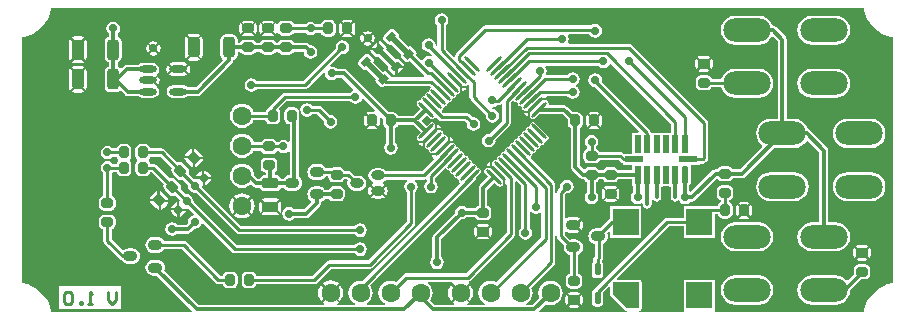
<source format=gbl>
G04 Layer_Physical_Order=2*
G04 Layer_Color=16711680*
%FSLAX44Y44*%
%MOMM*%
G71*
G01*
G75*
G04:AMPARAMS|DCode=10|XSize=0.95mm|YSize=0.8mm|CornerRadius=0.2mm|HoleSize=0mm|Usage=FLASHONLY|Rotation=270.000|XOffset=0mm|YOffset=0mm|HoleType=Round|Shape=RoundedRectangle|*
%AMROUNDEDRECTD10*
21,1,0.9500,0.4000,0,0,270.0*
21,1,0.5500,0.8000,0,0,270.0*
1,1,0.4000,-0.2000,-0.2750*
1,1,0.4000,-0.2000,0.2750*
1,1,0.4000,0.2000,0.2750*
1,1,0.4000,0.2000,-0.2750*
%
%ADD10ROUNDEDRECTD10*%
G04:AMPARAMS|DCode=12|XSize=1.75mm|YSize=1mm|CornerRadius=0.25mm|HoleSize=0mm|Usage=FLASHONLY|Rotation=270.000|XOffset=0mm|YOffset=0mm|HoleType=Round|Shape=RoundedRectangle|*
%AMROUNDEDRECTD12*
21,1,1.7500,0.5000,0,0,270.0*
21,1,1.2500,1.0000,0,0,270.0*
1,1,0.5000,-0.2500,-0.6250*
1,1,0.5000,-0.2500,0.6250*
1,1,0.5000,0.2500,0.6250*
1,1,0.5000,0.2500,-0.6250*
%
%ADD12ROUNDEDRECTD12*%
G04:AMPARAMS|DCode=15|XSize=0.95mm|YSize=0.8mm|CornerRadius=0.2mm|HoleSize=0mm|Usage=FLASHONLY|Rotation=0.000|XOffset=0mm|YOffset=0mm|HoleType=Round|Shape=RoundedRectangle|*
%AMROUNDEDRECTD15*
21,1,0.9500,0.4000,0,0,0.0*
21,1,0.5500,0.8000,0,0,0.0*
1,1,0.4000,0.2750,-0.2000*
1,1,0.4000,-0.2750,-0.2000*
1,1,0.4000,-0.2750,0.2000*
1,1,0.4000,0.2750,0.2000*
%
%ADD15ROUNDEDRECTD15*%
%ADD22C,0.3000*%
%ADD23C,0.2500*%
%ADD25C,1.6000*%
%ADD26C,0.7000*%
G04:AMPARAMS|DCode=27|XSize=0.65mm|YSize=0.6mm|CornerRadius=0.15mm|HoleSize=0mm|Usage=FLASHONLY|Rotation=135.000|XOffset=0mm|YOffset=0mm|HoleType=Round|Shape=RoundedRectangle|*
%AMROUNDEDRECTD27*
21,1,0.6500,0.3000,0,0,135.0*
21,1,0.3500,0.6000,0,0,135.0*
1,1,0.3000,-0.0177,0.2298*
1,1,0.3000,0.2298,-0.0177*
1,1,0.3000,0.0177,-0.2298*
1,1,0.3000,-0.2298,0.0177*
%
%ADD27ROUNDEDRECTD27*%
%ADD28O,1.2000X0.9000*%
%ADD29O,1.5000X0.6000*%
G04:AMPARAMS|DCode=30|XSize=0.4mm|YSize=2.6mm|CornerRadius=0mm|HoleSize=0mm|Usage=FLASHONLY|Rotation=225.000|XOffset=0mm|YOffset=0mm|HoleType=Round|Shape=Rectangle|*
%AMROTATEDRECTD30*
4,1,4,-0.7778,1.0607,1.0607,-0.7778,0.7778,-1.0607,-1.0607,0.7778,-0.7778,1.0607,0.0*
%
%ADD30ROTATEDRECTD30*%

G04:AMPARAMS|DCode=31|XSize=0.3mm|YSize=1.8mm|CornerRadius=0mm|HoleSize=0mm|Usage=FLASHONLY|Rotation=225.000|XOffset=0mm|YOffset=0mm|HoleType=Round|Shape=Round|*
%AMOVALD31*
21,1,1.5000,0.3000,0.0000,0.0000,315.0*
1,1,0.3000,-0.5303,0.5303*
1,1,0.3000,0.5303,-0.5303*
%
%ADD31OVALD31*%

G04:AMPARAMS|DCode=32|XSize=0.3mm|YSize=1.8mm|CornerRadius=0mm|HoleSize=0mm|Usage=FLASHONLY|Rotation=315.000|XOffset=0mm|YOffset=0mm|HoleType=Round|Shape=Round|*
%AMOVALD32*
21,1,1.5000,0.3000,0.0000,0.0000,45.0*
1,1,0.3000,-0.5303,-0.5303*
1,1,0.3000,0.5303,0.5303*
%
%ADD32OVALD32*%

%ADD33R,1.5000X0.5500*%
G04:AMPARAMS|DCode=34|XSize=1.5mm|YSize=0.55mm|CornerRadius=0mm|HoleSize=0mm|Usage=FLASHONLY|Rotation=90.000|XOffset=0mm|YOffset=0mm|HoleType=Round|Shape=Octagon|*
%AMOCTAGOND34*
4,1,8,0.1375,0.7500,-0.1375,0.7500,-0.2750,0.6125,-0.2750,-0.6125,-0.1375,-0.7500,0.1375,-0.7500,0.2750,-0.6125,0.2750,0.6125,0.1375,0.7500,0.0*
%
%ADD34OCTAGOND34*%

%ADD35R,0.5500X1.5000*%
G04:AMPARAMS|DCode=36|XSize=1.35mm|YSize=0.9mm|CornerRadius=0.225mm|HoleSize=0mm|Usage=FLASHONLY|Rotation=0.000|XOffset=0mm|YOffset=0mm|HoleType=Round|Shape=RoundedRectangle|*
%AMROUNDEDRECTD36*
21,1,1.3500,0.4500,0,0,0.0*
21,1,0.9000,0.9000,0,0,0.0*
1,1,0.4500,0.4500,-0.2250*
1,1,0.4500,-0.4500,-0.2250*
1,1,0.4500,-0.4500,0.2250*
1,1,0.4500,0.4500,0.2250*
%
%ADD36ROUNDEDRECTD36*%
%ADD37O,1.1500X0.8000*%
G04:AMPARAMS|DCode=38|XSize=0.95mm|YSize=0.8mm|CornerRadius=0.2mm|HoleSize=0mm|Usage=FLASHONLY|Rotation=135.000|XOffset=0mm|YOffset=0mm|HoleType=Round|Shape=RoundedRectangle|*
%AMROUNDEDRECTD38*
21,1,0.9500,0.4000,0,0,135.0*
21,1,0.5500,0.8000,0,0,135.0*
1,1,0.4000,-0.0530,0.3359*
1,1,0.4000,0.3359,-0.0530*
1,1,0.4000,0.0530,-0.3359*
1,1,0.4000,-0.3359,0.0530*
%
%ADD38ROUNDEDRECTD38*%
G04:AMPARAMS|DCode=39|XSize=1.05mm|YSize=0.5mm|CornerRadius=0.125mm|HoleSize=0mm|Usage=FLASHONLY|Rotation=90.000|XOffset=0mm|YOffset=0mm|HoleType=Round|Shape=RoundedRectangle|*
%AMROUNDEDRECTD39*
21,1,1.0500,0.2500,0,0,90.0*
21,1,0.8000,0.5000,0,0,90.0*
1,1,0.2500,0.1250,0.4000*
1,1,0.2500,0.1250,-0.4000*
1,1,0.2500,-0.1250,-0.4000*
1,1,0.2500,-0.1250,0.4000*
%
%ADD39ROUNDEDRECTD39*%
%ADD40R,2.2000X2.2000*%
%ADD41R,1.0000X1.0000*%
%ADD42C,0.2540*%
%ADD43O,4.0000X2.0000*%
G36*
X320778Y238092D02*
X319364Y236678D01*
X330678Y225364D01*
X332092Y226778D01*
X335627Y223243D01*
X329971Y217586D01*
X326435Y221121D01*
X327849Y222535D01*
X316536Y233849D01*
X315121Y232435D01*
X311586Y235971D01*
X317243Y241627D01*
X320778Y238092D01*
D02*
G37*
G36*
X553482Y163372D02*
Y155700D01*
X537950D01*
Y155700D01*
X536378D01*
X536250Y156346D01*
X535487Y157487D01*
X494507Y198468D01*
X494812Y200000D01*
X494369Y202224D01*
X493110Y204109D01*
X491224Y205369D01*
X489000Y205812D01*
X486776Y205369D01*
X484891Y204109D01*
X483631Y202224D01*
X483188Y200000D01*
X483631Y197776D01*
X484891Y195891D01*
X486776Y194631D01*
X488797Y194229D01*
X526152Y156873D01*
X525666Y155700D01*
X520050D01*
Y137950D01*
X513025D01*
X512487Y138487D01*
X511346Y139250D01*
X510000Y139518D01*
X492730D01*
X492706Y139639D01*
X491778Y141028D01*
X490389Y141956D01*
X489518Y142130D01*
Y143495D01*
X490109Y143890D01*
X491369Y145776D01*
X491812Y148000D01*
X491369Y150224D01*
X490109Y152109D01*
X488224Y153369D01*
X486000Y153812D01*
X483776Y153369D01*
X481890Y152109D01*
X480631Y150224D01*
X480188Y148000D01*
X480631Y145776D01*
X481890Y143890D01*
X482482Y143495D01*
Y142130D01*
X481611Y141956D01*
X480222Y141028D01*
X479294Y139639D01*
X478968Y138000D01*
Y134000D01*
X479294Y132361D01*
X480222Y130972D01*
X481611Y130044D01*
X483250Y129718D01*
X488750D01*
X490389Y130044D01*
X491778Y130972D01*
X492706Y132361D01*
X492730Y132482D01*
X508543D01*
X510513Y130513D01*
X511654Y129750D01*
X512300Y129622D01*
Y128050D01*
X520050D01*
Y123772D01*
X508617D01*
X507778Y125028D01*
X506389Y125956D01*
X504750Y126282D01*
X499250D01*
X497611Y125956D01*
X496222Y125028D01*
X495383Y123772D01*
X492617D01*
X491778Y125028D01*
X490389Y125956D01*
X488750Y126282D01*
X483250D01*
X481611Y125956D01*
X480222Y125028D01*
X479389Y124946D01*
X475773Y128563D01*
Y159383D01*
X477028Y160222D01*
X477956Y161611D01*
X478282Y163250D01*
Y168750D01*
X477956Y170389D01*
X477028Y171778D01*
X475639Y172706D01*
X474000Y173032D01*
X470303D01*
X465496Y177839D01*
X464272Y178657D01*
X462828Y178944D01*
X462828Y178944D01*
X450518D01*
X449620Y180214D01*
X449672Y180475D01*
X449478Y181450D01*
X448926Y182277D01*
X448099Y182830D01*
X447911Y183110D01*
X443588D01*
Y184910D01*
X447528D01*
X447468Y185212D01*
X448206Y186482D01*
X465495D01*
X465891Y185891D01*
X467776Y184631D01*
X470000Y184188D01*
X472224Y184631D01*
X474109Y185891D01*
X475369Y187776D01*
X475812Y190000D01*
X475369Y192224D01*
X474109Y194109D01*
X473171Y194736D01*
Y196264D01*
X474109Y196891D01*
X475369Y198776D01*
X475812Y201000D01*
X475369Y203224D01*
X474109Y205110D01*
X472224Y206369D01*
X470000Y206812D01*
X467776Y206369D01*
X465891Y205110D01*
X465495Y204518D01*
X447876D01*
X447277Y205638D01*
X447369Y205776D01*
X447812Y208000D01*
X447369Y210224D01*
X446709Y211212D01*
X447388Y212482D01*
X491495D01*
X491890Y211891D01*
X493776Y210631D01*
X496000Y210188D01*
X498224Y210631D01*
X500109Y211891D01*
X501334Y213724D01*
X501483Y213891D01*
X502685Y214169D01*
X553482Y163372D01*
D02*
G37*
G36*
X299565Y216879D02*
X298151Y215464D01*
X309464Y204151D01*
X310879Y205565D01*
X314414Y202029D01*
X308757Y196373D01*
X305222Y199908D01*
X306636Y201322D01*
X295322Y212636D01*
X293908Y211222D01*
X290373Y214757D01*
X296029Y220414D01*
X299565Y216879D01*
D02*
G37*
G36*
X716794Y260532D02*
X717840Y256175D01*
X719555Y252035D01*
X721896Y248214D01*
X724806Y244806D01*
X728214Y241896D01*
X732035Y239555D01*
X736175Y237840D01*
X740533Y236794D01*
X741462Y236720D01*
Y28280D01*
X740533Y28206D01*
X736175Y27160D01*
X732035Y25445D01*
X728214Y23104D01*
X724806Y20194D01*
X721896Y16786D01*
X719555Y12965D01*
X717840Y8825D01*
X716794Y4467D01*
X716720Y3538D01*
X590219D01*
X590200Y4800D01*
X590200Y4808D01*
Y31200D01*
X563800D01*
Y4808D01*
X563800Y4800D01*
X563781Y3538D01*
X526382D01*
X526257Y4808D01*
X526858Y4928D01*
X527586Y5414D01*
X528072Y6142D01*
X528243Y7000D01*
Y29000D01*
X528200Y29217D01*
Y31200D01*
X526217D01*
X526000Y31243D01*
X507877D01*
X507391Y32416D01*
X551457Y76482D01*
X563800D01*
Y66800D01*
X590200D01*
Y86482D01*
X592870D01*
X593044Y85611D01*
X593972Y84222D01*
X595361Y83294D01*
X597000Y82968D01*
X601000D01*
X602639Y83294D01*
X604028Y84222D01*
X604956Y85611D01*
X605282Y87250D01*
Y92750D01*
X604956Y94389D01*
X604028Y95778D01*
X602639Y96706D01*
X602518Y96730D01*
Y98870D01*
X603389Y99044D01*
X604778Y99972D01*
X605706Y101361D01*
X606032Y103000D01*
Y107000D01*
X605706Y108639D01*
X604778Y110028D01*
X603389Y110956D01*
X601750Y111282D01*
X596250D01*
X594611Y110956D01*
X593222Y110028D01*
X592294Y108639D01*
X591968Y107000D01*
Y103000D01*
X592294Y101361D01*
X593222Y99972D01*
X594611Y99044D01*
X595482Y98870D01*
Y96730D01*
X595361Y96706D01*
X593972Y95778D01*
X593044Y94389D01*
X592870Y93518D01*
X587000D01*
X585654Y93250D01*
X585579Y93200D01*
X563800D01*
Y83518D01*
X550000D01*
X548654Y83250D01*
X547513Y82487D01*
X488513Y23487D01*
X488314Y23190D01*
X487263Y22487D01*
X486500Y21346D01*
X486232Y20000D01*
Y12000D01*
X486500Y10654D01*
X487263Y9513D01*
X488404Y8750D01*
X489750Y8482D01*
X492250D01*
X493596Y8750D01*
X494737Y9513D01*
X495500Y10654D01*
X495768Y12000D01*
Y20000D01*
X495636Y20661D01*
X500584Y25609D01*
X501757Y25123D01*
Y19000D01*
X501928Y18142D01*
X502414Y17414D01*
X514414Y5414D01*
X515142Y4928D01*
X515743Y4808D01*
X515618Y3538D01*
X441732D01*
X441246Y4711D01*
X447166Y10631D01*
X448537Y10063D01*
X451200Y9712D01*
X453863Y10063D01*
X456344Y11090D01*
X458475Y12725D01*
X460110Y14856D01*
X461138Y17337D01*
X461488Y20000D01*
X461138Y22663D01*
X460110Y25144D01*
X458475Y27275D01*
X456344Y28910D01*
X453863Y29938D01*
X451200Y30288D01*
X448537Y29938D01*
X446056Y28910D01*
X443925Y27275D01*
X442290Y25144D01*
X441263Y22663D01*
X440912Y20000D01*
X441263Y17337D01*
X441831Y15966D01*
X435637Y9772D01*
X431081D01*
X430828Y11042D01*
X430944Y11090D01*
X433075Y12725D01*
X434710Y14856D01*
X435737Y17337D01*
X436088Y20000D01*
X435737Y22663D01*
X435064Y24289D01*
X454187Y43413D01*
X454950Y44554D01*
X455218Y45900D01*
Y67988D01*
X456482Y68000D01*
X456750Y66654D01*
X457513Y65513D01*
X462561Y60464D01*
X462472Y60249D01*
X462242Y58500D01*
X462472Y56751D01*
X463148Y55121D01*
X464221Y53721D01*
X465621Y52648D01*
X467251Y51972D01*
X467482Y51942D01*
Y36130D01*
X466611Y35956D01*
X465222Y35028D01*
X464294Y33639D01*
X463968Y32000D01*
Y28000D01*
X464294Y26361D01*
X465222Y24972D01*
X466611Y24044D01*
X468250Y23718D01*
X473750D01*
X475389Y24044D01*
X476778Y24972D01*
X477706Y26361D01*
X478032Y28000D01*
Y32000D01*
X477706Y33639D01*
X476778Y35028D01*
X475389Y35956D01*
X474518Y36130D01*
Y52291D01*
X475379Y52648D01*
X476778Y53721D01*
X477852Y55121D01*
X478527Y56751D01*
X478758Y58500D01*
X478527Y60249D01*
X477852Y61879D01*
X476778Y63278D01*
X475379Y64352D01*
X473749Y65027D01*
X472000Y65258D01*
X469000D01*
X467866Y65108D01*
X463518Y69457D01*
Y71232D01*
X464788Y71859D01*
X465450Y71351D01*
X467162Y70641D01*
X469000Y70399D01*
X472000D01*
X473838Y70641D01*
X475550Y71351D01*
X476301Y71926D01*
X471364Y76864D01*
X472000Y77500D01*
X471364Y78136D01*
X476301Y83074D01*
X475550Y83649D01*
X473838Y84359D01*
X472000Y84601D01*
X469000D01*
X467162Y84359D01*
X465450Y83649D01*
X464788Y83141D01*
X463518Y83768D01*
Y103440D01*
X464477Y104292D01*
X465000Y104188D01*
X467224Y104631D01*
X469109Y105891D01*
X470369Y107776D01*
X470812Y110000D01*
X470369Y112224D01*
X469109Y114109D01*
X467224Y115369D01*
X465000Y115812D01*
X462776Y115369D01*
X460891Y114109D01*
X459631Y112224D01*
X459188Y110000D01*
X459327Y109302D01*
X457513Y107487D01*
X456750Y106346D01*
X456482Y105000D01*
X455218Y105012D01*
Y111551D01*
X454950Y112897D01*
X454187Y114039D01*
X434356Y133870D01*
X434603Y135419D01*
X434783Y135539D01*
X435336Y136366D01*
X435530Y137341D01*
X436516Y138328D01*
X437492Y138522D01*
X438319Y139075D01*
X438871Y139902D01*
X439066Y140877D01*
X440052Y141863D01*
X441027Y142058D01*
X441855Y142610D01*
X442407Y143437D01*
X442601Y144412D01*
X443588Y145399D01*
X444563Y145593D01*
X445390Y146146D01*
X445942Y146973D01*
X446137Y147948D01*
X447123Y148935D01*
X448099Y149129D01*
X448926Y149681D01*
X449478Y150508D01*
X449672Y151483D01*
X449478Y152459D01*
X448926Y153286D01*
X438319Y163892D01*
X437492Y164445D01*
X436517Y164639D01*
X435541Y164445D01*
X434714Y163892D01*
X434162Y163066D01*
X433968Y162090D01*
X432981Y161104D01*
X432006Y160910D01*
X431179Y160357D01*
X430626Y159530D01*
X430432Y158555D01*
X429445Y157568D01*
X428470Y157374D01*
X427643Y156821D01*
X427091Y155995D01*
X426897Y155019D01*
X425910Y154032D01*
X424935Y153839D01*
X424108Y153286D01*
X423555Y152459D01*
X423361Y151483D01*
X422374Y150497D01*
X421399Y150303D01*
X420572Y149750D01*
X420019Y148923D01*
X419825Y147948D01*
X418839Y146961D01*
X417863Y146767D01*
X417037Y146215D01*
X416484Y145388D01*
X416290Y144412D01*
X415303Y143426D01*
X414328Y143232D01*
X413501Y142679D01*
X412948Y141852D01*
X412754Y140877D01*
X411768Y139890D01*
X410792Y139696D01*
X409965Y139144D01*
X409413Y138317D01*
X409219Y137341D01*
X408232Y136355D01*
X407257Y136161D01*
X406430Y135608D01*
X405877Y134781D01*
X405683Y133806D01*
X404697Y132819D01*
X403721Y132625D01*
X402894Y132073D01*
X402342Y131246D01*
X402061Y131058D01*
Y126735D01*
X401161D01*
Y125835D01*
X396838Y125835D01*
X396650Y125554D01*
X395823Y125002D01*
X395271Y124175D01*
X395077Y123199D01*
X395271Y122224D01*
X395823Y121397D01*
X398459Y118761D01*
X391332Y111635D01*
X390515Y110411D01*
X390228Y108967D01*
X390228Y108967D01*
Y94079D01*
X389611Y93956D01*
X388222Y93028D01*
X387383Y91772D01*
X380335D01*
X380109Y92109D01*
X378224Y93369D01*
X376000Y93812D01*
X373776Y93369D01*
X371890Y92109D01*
X370631Y90224D01*
X370188Y88000D01*
X370267Y87603D01*
X352332Y69668D01*
X351515Y68444D01*
X351227Y67000D01*
X351227Y67000D01*
Y50335D01*
X350891Y50110D01*
X349631Y48224D01*
X349188Y46000D01*
X349631Y43776D01*
X350891Y41891D01*
X352776Y40631D01*
X355000Y40188D01*
X357224Y40631D01*
X359109Y41891D01*
X360369Y43776D01*
X360812Y46000D01*
X360369Y48224D01*
X359109Y50110D01*
X358773Y50335D01*
Y65437D01*
X375602Y82267D01*
X376000Y82188D01*
X378224Y82631D01*
X380109Y83890D01*
X380335Y84228D01*
X387383D01*
X388222Y82972D01*
X389611Y82044D01*
X391250Y81718D01*
X396750D01*
X398389Y82044D01*
X399778Y82972D01*
X400706Y84361D01*
X401032Y86000D01*
Y90000D01*
X400706Y91639D01*
X399778Y93028D01*
X398389Y93956D01*
X397772Y94079D01*
Y107404D01*
X403794Y113426D01*
X406430Y110790D01*
X407257Y110238D01*
X408232Y110044D01*
X409208Y110238D01*
X410035Y110790D01*
X410587Y111617D01*
X410868Y111805D01*
Y116128D01*
X412668D01*
Y112188D01*
X413212Y112296D01*
X413577Y112220D01*
X414482Y111736D01*
Y71457D01*
X379543Y36518D01*
X328800D01*
X327454Y36250D01*
X326313Y35487D01*
X320089Y29264D01*
X318463Y29938D01*
X315800Y30288D01*
X313137Y29938D01*
X310656Y28910D01*
X308525Y27275D01*
X306890Y25144D01*
X305863Y22663D01*
X305512Y20000D01*
X305863Y17337D01*
X306890Y14856D01*
X308525Y12725D01*
X310656Y11090D01*
X310772Y11042D01*
X310519Y9772D01*
X295681D01*
X295428Y11042D01*
X295544Y11090D01*
X297675Y12725D01*
X299310Y14856D01*
X300337Y17337D01*
X300688Y20000D01*
X300337Y22663D01*
X299310Y25144D01*
X298206Y26583D01*
X387032Y115409D01*
X387794Y116550D01*
X388040Y117787D01*
X391650Y121397D01*
X392202Y122224D01*
X392396Y123199D01*
X392202Y124175D01*
X391650Y125002D01*
X390823Y125554D01*
X389847Y125748D01*
X388861Y126735D01*
X388667Y127710D01*
X388114Y128537D01*
X387287Y129090D01*
X386312Y129284D01*
X385325Y130270D01*
X385131Y131246D01*
X384579Y132073D01*
X383752Y132625D01*
X382776Y132819D01*
X381790Y133806D01*
X381596Y134781D01*
X381043Y135608D01*
X380216Y136161D01*
X379241Y136355D01*
X378254Y137341D01*
X378060Y138317D01*
X377508Y139144D01*
X376681Y139696D01*
X375705Y139890D01*
X374719Y140877D01*
X374525Y141852D01*
X373972Y142679D01*
X373145Y143232D01*
X372170Y143426D01*
X371183Y144412D01*
X370989Y145388D01*
X370437Y146215D01*
X369610Y146767D01*
X369422Y147048D01*
X365099Y147048D01*
Y147948D01*
X364199D01*
X364199Y152271D01*
X363918Y152459D01*
X363366Y153286D01*
X362539Y153838D01*
X361563Y154032D01*
X360577Y155019D01*
X360383Y155995D01*
X359830Y156821D01*
X359003Y157374D01*
X358816Y157655D01*
X354492Y157655D01*
Y158555D01*
X353592D01*
X353592Y162878D01*
X353312Y163066D01*
X352759Y163892D01*
X351932Y164445D01*
X350957Y164639D01*
X349981Y164445D01*
X349154Y163892D01*
X346519Y161257D01*
X341796Y165979D01*
X346519Y170702D01*
X349154Y168066D01*
X349981Y167513D01*
X350957Y167319D01*
X351932Y167513D01*
X352759Y168066D01*
X352879Y168246D01*
X354428Y168493D01*
X356409Y166513D01*
X357550Y165750D01*
X358896Y165482D01*
X378543D01*
X380327Y163698D01*
X380188Y163000D01*
X380631Y160776D01*
X381890Y158890D01*
X383776Y157631D01*
X386000Y157188D01*
X388224Y157631D01*
X390109Y158890D01*
X391369Y160776D01*
X391812Y163000D01*
X391369Y165224D01*
X390109Y167110D01*
X388224Y168369D01*
X386000Y168812D01*
X385302Y168673D01*
X382487Y171487D01*
X381346Y172250D01*
X380000Y172518D01*
X360353D01*
X359403Y173468D01*
X359650Y175017D01*
X359830Y175137D01*
X360383Y175964D01*
X360577Y176939D01*
X361563Y177926D01*
X362539Y178120D01*
X363366Y178673D01*
X363918Y179499D01*
X364112Y180475D01*
X365099Y181462D01*
X366074Y181656D01*
X366901Y182208D01*
X367454Y183035D01*
X367648Y184010D01*
X368634Y184997D01*
X369610Y185191D01*
X370437Y185744D01*
X370989Y186570D01*
X371183Y187546D01*
X372170Y188533D01*
X373145Y188727D01*
X373972Y189279D01*
X374525Y190106D01*
X374805Y190294D01*
Y194617D01*
X375705D01*
Y195517D01*
X380029D01*
X380216Y195798D01*
X381043Y196350D01*
X381164Y196530D01*
X381296Y196578D01*
X382482Y196218D01*
Y186000D01*
X382750Y184654D01*
X383513Y183513D01*
X396327Y170698D01*
X396188Y170000D01*
X396631Y167776D01*
X397891Y165891D01*
X399776Y164631D01*
X402000Y164188D01*
X404224Y164631D01*
X406110Y165891D01*
X407369Y167776D01*
X407812Y170000D01*
X407369Y172224D01*
X406110Y174109D01*
X404224Y175369D01*
X402115Y175789D01*
X401934Y175922D01*
X401903Y175973D01*
X401912Y176080D01*
X402585Y177305D01*
X404224Y177631D01*
X406110Y178890D01*
X406239Y179084D01*
X406823D01*
X408169Y179351D01*
X409212Y180049D01*
X409788Y179916D01*
X410482Y179628D01*
Y165628D01*
X399527Y154673D01*
X398829Y154812D01*
X396605Y154369D01*
X394719Y153110D01*
X393460Y151224D01*
X393017Y149000D01*
X393460Y146776D01*
X394719Y144890D01*
X396605Y143631D01*
X398829Y143188D01*
X401053Y143631D01*
X402938Y144890D01*
X404198Y146776D01*
X404641Y149000D01*
X404502Y149698D01*
X416487Y161684D01*
X417250Y162825D01*
X417518Y164171D01*
Y181250D01*
X418903Y182635D01*
X420452Y182388D01*
X420572Y182208D01*
X421399Y181656D01*
X422374Y181462D01*
X423361Y180475D01*
X423555Y179499D01*
X424108Y178673D01*
X424935Y178120D01*
X425910Y177926D01*
X426897Y176939D01*
X427091Y175964D01*
X427643Y175137D01*
X428470Y174585D01*
X428657Y174304D01*
X432981D01*
Y173404D01*
X433881D01*
X433881Y169080D01*
X434162Y168893D01*
X434714Y168066D01*
X435541Y167513D01*
X436517Y167319D01*
X437492Y167513D01*
X438319Y168066D01*
X441680Y171427D01*
X441820Y171399D01*
X461266D01*
X465718Y166947D01*
Y163250D01*
X466044Y161611D01*
X466972Y160222D01*
X468228Y159383D01*
Y127000D01*
X468228Y127000D01*
X468515Y125556D01*
X469332Y124332D01*
X476332Y117332D01*
X476332Y117332D01*
X477556Y116515D01*
X479000Y116228D01*
X479000Y116228D01*
X479383D01*
X480222Y114972D01*
X481611Y114044D01*
X482228Y113921D01*
Y105335D01*
X481890Y105110D01*
X480631Y103224D01*
X480188Y101000D01*
X480631Y98776D01*
X481890Y96890D01*
X483776Y95631D01*
X486000Y95188D01*
X488224Y95631D01*
X490109Y96890D01*
X491369Y98776D01*
X491812Y101000D01*
X491369Y103224D01*
X490109Y105110D01*
X489772Y105335D01*
Y113921D01*
X490389Y114044D01*
X491778Y114972D01*
X492617Y116228D01*
X495383D01*
X496222Y114972D01*
X497611Y114044D01*
X499250Y113718D01*
X504750D01*
X506389Y114044D01*
X507778Y114972D01*
X508617Y116228D01*
X520050D01*
Y110300D01*
X521227D01*
Y105335D01*
X520891Y105110D01*
X519631Y103224D01*
X519188Y101000D01*
X519631Y98776D01*
X520891Y96890D01*
X522776Y95631D01*
X525000Y95188D01*
X527224Y95631D01*
X527957Y96121D01*
X529227Y95442D01*
Y95000D01*
X529515Y93556D01*
X530332Y92332D01*
X531556Y91515D01*
X533000Y91228D01*
X534444Y91515D01*
X535668Y92332D01*
X536485Y93556D01*
X536772Y95000D01*
Y98381D01*
X538042Y98766D01*
X538332Y98332D01*
X539556Y97515D01*
X541000Y97227D01*
X542444Y97515D01*
X543668Y98332D01*
X544485Y99556D01*
X544772Y101000D01*
Y109960D01*
X546290D01*
Y110300D01*
X551710D01*
Y109960D01*
X553228D01*
Y101000D01*
X553515Y99556D01*
X554332Y98332D01*
X555556Y97515D01*
X557000Y97227D01*
X558444Y97515D01*
X559668Y98332D01*
X559927D01*
X560891Y96890D01*
X562776Y95631D01*
X565000Y95188D01*
X567224Y95631D01*
X569109Y96890D01*
X569335Y97227D01*
X571000D01*
X571000Y97227D01*
X572444Y97515D01*
X573668Y98332D01*
X591747Y116412D01*
X593011Y116288D01*
X593222Y115972D01*
X594611Y115044D01*
X596250Y114718D01*
X601750D01*
X603389Y115044D01*
X604778Y115972D01*
X605617Y117227D01*
X613500D01*
X613500Y117227D01*
X614944Y117515D01*
X616168Y118333D01*
X640530Y142695D01*
X657500D01*
X660685Y143114D01*
X663653Y144343D01*
X666201Y146299D01*
X667664Y148205D01*
X669254Y148411D01*
X678727Y138937D01*
Y79805D01*
X672500D01*
X669315Y79386D01*
X666347Y78157D01*
X663799Y76201D01*
X661843Y73653D01*
X660614Y70685D01*
X660195Y67500D01*
X660614Y64315D01*
X661843Y61347D01*
X663799Y58799D01*
X666347Y56843D01*
X669315Y55614D01*
X672500Y55195D01*
X692500D01*
X695685Y55614D01*
X698653Y56843D01*
X701201Y58799D01*
X703157Y61347D01*
X704386Y64315D01*
X704805Y67500D01*
X704386Y70685D01*
X703157Y73653D01*
X701201Y76201D01*
X698653Y78157D01*
X695685Y79386D01*
X692500Y79805D01*
X686273D01*
Y140500D01*
X685985Y141944D01*
X685168Y143168D01*
X685167Y143168D01*
X670668Y157668D01*
X669444Y158485D01*
X669245Y158525D01*
X668157Y161153D01*
X666201Y163701D01*
X663653Y165657D01*
X660685Y166886D01*
X657500Y167305D01*
X651273D01*
Y234500D01*
X650985Y235944D01*
X650168Y237167D01*
X642168Y245168D01*
X640944Y245985D01*
X639500Y246273D01*
X639500Y246273D01*
X639142D01*
X638157Y248653D01*
X636201Y251201D01*
X633653Y253157D01*
X630685Y254386D01*
X627500Y254805D01*
X607500D01*
X604315Y254386D01*
X601347Y253157D01*
X598799Y251201D01*
X596843Y248653D01*
X595614Y245685D01*
X595195Y242500D01*
X595614Y239315D01*
X596843Y236347D01*
X598799Y233799D01*
X601347Y231843D01*
X604315Y230614D01*
X607500Y230195D01*
X627500D01*
X630685Y230614D01*
X633653Y231843D01*
X636201Y233799D01*
X638157Y236347D01*
X638352Y236819D01*
X639598Y237067D01*
X643727Y232937D01*
Y167305D01*
X637500D01*
X634315Y166886D01*
X631347Y165657D01*
X628799Y163701D01*
X626843Y161153D01*
X625614Y158185D01*
X625195Y155000D01*
X625614Y151815D01*
X626843Y148847D01*
X628799Y146299D01*
X630422Y145053D01*
X630533Y143368D01*
X611937Y124773D01*
X605617D01*
X604778Y126028D01*
X603389Y126956D01*
X601750Y127282D01*
X596250D01*
X594611Y126956D01*
X593222Y126028D01*
X592383Y124773D01*
X591000D01*
X591000Y124773D01*
X589556Y124485D01*
X588332Y123668D01*
X588332Y123667D01*
X570291Y105626D01*
X569878Y105446D01*
X568773Y105904D01*
Y111597D01*
X569950Y112775D01*
Y127225D01*
X570292Y128050D01*
X577700D01*
Y129482D01*
X580000D01*
X581346Y129750D01*
X582487Y130513D01*
X583487Y131513D01*
X584250Y132654D01*
X584518Y134000D01*
Y164000D01*
X584250Y165346D01*
X583487Y166487D01*
X519837Y230137D01*
X518696Y230900D01*
X517350Y231168D01*
X466642D01*
X466043Y232288D01*
X466369Y232776D01*
X466812Y235000D01*
X466369Y237224D01*
X465742Y238162D01*
X466421Y239433D01*
X483860D01*
X484891Y237890D01*
X486776Y236631D01*
X489000Y236188D01*
X491224Y236631D01*
X493110Y237890D01*
X494369Y239776D01*
X494812Y242000D01*
X494369Y244224D01*
X493110Y246110D01*
X491224Y247369D01*
X489000Y247812D01*
X486776Y247369D01*
X485427Y246468D01*
X395950D01*
X394604Y246200D01*
X393463Y245437D01*
X371513Y223487D01*
X370750Y222346D01*
X370482Y221000D01*
Y220616D01*
X369309Y220130D01*
X362518Y226922D01*
Y246495D01*
X363110Y246891D01*
X364369Y248776D01*
X364812Y251000D01*
X364369Y253224D01*
X363110Y255110D01*
X361224Y256369D01*
X359000Y256812D01*
X356776Y256369D01*
X354891Y255110D01*
X353631Y253224D01*
X353188Y251000D01*
X353631Y248776D01*
X354891Y246891D01*
X355482Y246495D01*
Y229584D01*
X354212Y229021D01*
X353708Y229478D01*
X353812Y230000D01*
X353369Y232224D01*
X352109Y234109D01*
X350224Y235369D01*
X348000Y235812D01*
X345776Y235369D01*
X343890Y234109D01*
X342631Y232224D01*
X342188Y230000D01*
X342631Y227776D01*
X343890Y225891D01*
X345776Y224631D01*
X347838Y224221D01*
X350437Y221622D01*
X349811Y220451D01*
X348000Y220812D01*
X345776Y220369D01*
X343890Y219109D01*
X342666Y217276D01*
X342517Y217109D01*
X341315Y216831D01*
X336851Y221294D01*
X337214Y221657D01*
X337700Y222384D01*
X337870Y223243D01*
X337700Y224101D01*
X337214Y224829D01*
X333678Y228364D01*
X332950Y228850D01*
X332092Y229021D01*
X331233Y228850D01*
X330712Y228502D01*
X322502Y236712D01*
X322850Y237233D01*
X323021Y238092D01*
X322850Y238950D01*
X322364Y239678D01*
X322364Y239678D01*
X318829Y243214D01*
X318101Y243700D01*
X317243Y243871D01*
X316384Y243700D01*
X315657Y243214D01*
X315657Y243214D01*
X310000Y237557D01*
X310000Y237557D01*
X309513Y236829D01*
X309343Y235971D01*
X309513Y235112D01*
X310000Y234384D01*
X313535Y230849D01*
X314263Y230363D01*
X315121Y230192D01*
X315980Y230363D01*
X316501Y230711D01*
X324711Y222501D01*
X324363Y221980D01*
X324192Y221121D01*
X324363Y220263D01*
X324849Y219535D01*
X328385Y216000D01*
X329112Y215513D01*
X329971Y215343D01*
X330829Y215513D01*
X331557Y216000D01*
X331877Y216320D01*
X344409Y203788D01*
X344077Y202704D01*
X343938Y202518D01*
X316560D01*
X316487Y202888D01*
X316000Y203615D01*
X312465Y207151D01*
X312465Y207151D01*
X311737Y207637D01*
X310879Y207808D01*
X310020Y207637D01*
X309499Y207289D01*
X301289Y215499D01*
X301637Y216020D01*
X301808Y216879D01*
X301637Y217737D01*
X301151Y218465D01*
X297616Y222000D01*
X296888Y222487D01*
X296029Y222657D01*
X295171Y222487D01*
X294443Y222000D01*
X288787Y216343D01*
X288300Y215616D01*
X288130Y214757D01*
X288300Y213899D01*
X288787Y213171D01*
X292322Y209636D01*
X293050Y209149D01*
X293908Y208979D01*
X294767Y209149D01*
X295288Y209498D01*
X303498Y201288D01*
X303150Y200767D01*
X302979Y199908D01*
X303150Y199050D01*
X303636Y198322D01*
X307171Y194786D01*
X307899Y194300D01*
X308757Y194130D01*
X309616Y194300D01*
X310343Y194786D01*
X311163Y195606D01*
X311787Y195482D01*
X348652D01*
X349581Y194553D01*
X349334Y193004D01*
X349154Y192884D01*
X348602Y192057D01*
X348408Y191082D01*
X347421Y190095D01*
X346446Y189901D01*
X345619Y189348D01*
X345066Y188521D01*
X344872Y187546D01*
X343885Y186559D01*
X342910Y186365D01*
X342083Y185813D01*
X341531Y184986D01*
X341337Y184010D01*
X340350Y183024D01*
X339375Y182830D01*
X338548Y182277D01*
X337995Y181450D01*
X337801Y180475D01*
X337995Y179499D01*
X338548Y178673D01*
X341183Y176037D01*
X334919Y169772D01*
X322079D01*
X321956Y170389D01*
X321028Y171778D01*
X319639Y172706D01*
X318000Y173032D01*
X314485D01*
X278850Y208668D01*
X277626Y209485D01*
X276182Y209772D01*
X276182Y209772D01*
X270335D01*
X270110Y210110D01*
X268224Y211369D01*
X266000Y211812D01*
X265479Y211708D01*
X264853Y212878D01*
X274302Y222327D01*
X275000Y222188D01*
X277224Y222631D01*
X279109Y223890D01*
X280369Y225776D01*
X280812Y228000D01*
X280369Y230224D01*
X279109Y232110D01*
X277224Y233369D01*
X275000Y233812D01*
X272776Y233369D01*
X270891Y232110D01*
X269631Y230224D01*
X269188Y228000D01*
X269327Y227302D01*
X241543Y199518D01*
X202505D01*
X202110Y200110D01*
X200224Y201369D01*
X198000Y201812D01*
X195776Y201369D01*
X193890Y200110D01*
X192631Y198224D01*
X192188Y196000D01*
X192631Y193776D01*
X193890Y191891D01*
X195776Y190631D01*
X198000Y190188D01*
X200224Y190631D01*
X202110Y191891D01*
X202505Y192482D01*
X243000D01*
X244346Y192750D01*
X245487Y193513D01*
X259122Y207147D01*
X260292Y206521D01*
X260188Y206000D01*
X260631Y203776D01*
X261891Y201891D01*
X263776Y200631D01*
X266000Y200188D01*
X268224Y200631D01*
X270110Y201891D01*
X270335Y202227D01*
X274620D01*
X284164Y192684D01*
X283883Y191483D01*
X283720Y191332D01*
X281891Y190110D01*
X281495Y189518D01*
X226000D01*
X224654Y189250D01*
X223513Y188487D01*
X213513Y178487D01*
X212750Y177346D01*
X212634Y176761D01*
X212361Y176706D01*
X210972Y175778D01*
X210044Y174389D01*
X209870Y173518D01*
X199583D01*
X198910Y175144D01*
X197275Y177275D01*
X195144Y178910D01*
X192663Y179937D01*
X190000Y180288D01*
X187337Y179937D01*
X184856Y178910D01*
X182725Y177275D01*
X181090Y175144D01*
X180063Y172663D01*
X179712Y170000D01*
X180063Y167337D01*
X181090Y164856D01*
X182725Y162725D01*
X184856Y161090D01*
X187337Y160063D01*
X190000Y159712D01*
X192663Y160063D01*
X195144Y161090D01*
X197275Y162725D01*
X198910Y164856D01*
X199583Y166482D01*
X209870D01*
X210044Y165611D01*
X210972Y164222D01*
X212361Y163294D01*
X214000Y162968D01*
X218000D01*
X219639Y163294D01*
X221028Y164222D01*
X221956Y165611D01*
X222282Y167250D01*
Y172750D01*
X221956Y174389D01*
X221028Y175778D01*
X221003Y176029D01*
X227457Y182482D01*
X281495D01*
X281891Y181891D01*
X283776Y180631D01*
X286000Y180188D01*
X288224Y180631D01*
X290110Y181891D01*
X291332Y183720D01*
X291483Y183883D01*
X292684Y184164D01*
X302227Y174620D01*
X302147Y174184D01*
X301672Y173379D01*
X298000D01*
X296229Y173027D01*
X295490Y172533D01*
X300636Y167386D01*
X299364Y166114D01*
X294217Y171260D01*
X293723Y170521D01*
X293371Y168750D01*
Y163250D01*
X293723Y161479D01*
X294217Y160740D01*
X299364Y165886D01*
X300000Y165250D01*
X300636Y165886D01*
X305783Y160740D01*
X306277Y161479D01*
X306629Y163250D01*
Y168422D01*
X307434Y168897D01*
X307870Y168977D01*
X309718Y167129D01*
Y163250D01*
X310044Y161611D01*
X310972Y160222D01*
X312227Y159383D01*
Y147335D01*
X311891Y147109D01*
X310631Y145224D01*
X310188Y143000D01*
X310631Y140776D01*
X311891Y138890D01*
X313776Y137631D01*
X316000Y137188D01*
X318224Y137631D01*
X320109Y138890D01*
X321369Y140776D01*
X321812Y143000D01*
X321369Y145224D01*
X320109Y147109D01*
X319772Y147335D01*
Y159383D01*
X321028Y160222D01*
X321956Y161611D01*
X322079Y162227D01*
X334878D01*
X341183Y155922D01*
X338548Y153286D01*
X337995Y152459D01*
X337801Y151483D01*
X337995Y150508D01*
X338548Y149681D01*
X339375Y149129D01*
X339562Y148848D01*
X343885D01*
Y147948D01*
X344785D01*
X344785Y143624D01*
X345066Y143437D01*
X345619Y142610D01*
X346446Y142058D01*
X347421Y141863D01*
X348408Y140877D01*
X348602Y139901D01*
X349154Y139074D01*
X349981Y138522D01*
X350169Y138241D01*
X354492D01*
Y136441D01*
X350552D01*
X350687Y135765D01*
X351580Y134429D01*
X352004Y134145D01*
X352128Y132881D01*
X342265Y123018D01*
X311856D01*
X311220Y123970D01*
X309169Y125340D01*
X306750Y125821D01*
X303250D01*
X300831Y125340D01*
X298780Y123970D01*
X297410Y121919D01*
X296929Y119500D01*
X297410Y117081D01*
X298780Y115030D01*
X300561Y113840D01*
X300625Y112838D01*
X300528Y112451D01*
X299952Y112213D01*
X299306Y111717D01*
X303887Y107136D01*
X303250Y106500D01*
X303887Y105864D01*
X299306Y101283D01*
X299952Y100787D01*
X301543Y100128D01*
X303250Y99904D01*
X306750D01*
X308457Y100128D01*
X310048Y100787D01*
X310694Y101283D01*
X306114Y105864D01*
X306750Y106500D01*
X306114Y107136D01*
X310694Y111717D01*
X310048Y112213D01*
X309472Y112451D01*
X309375Y112838D01*
X309439Y113840D01*
X311220Y115030D01*
X311856Y115982D01*
X329408D01*
X329793Y114712D01*
X328890Y114109D01*
X327631Y112224D01*
X327188Y110000D01*
X327631Y107776D01*
X328890Y105891D01*
X329482Y105495D01*
Y80457D01*
X296543Y47518D01*
X264000D01*
X262654Y47250D01*
X261513Y46487D01*
X249543Y34518D01*
X202130D01*
X201956Y35389D01*
X201028Y36778D01*
X199639Y37706D01*
X198000Y38032D01*
X194000D01*
X192361Y37706D01*
X190972Y36778D01*
X190044Y35389D01*
X189718Y33750D01*
Y28250D01*
X190044Y26611D01*
X190972Y25222D01*
X192361Y24294D01*
X194000Y23968D01*
X198000D01*
X199639Y24294D01*
X201028Y25222D01*
X201956Y26611D01*
X202130Y27482D01*
X251000D01*
X252346Y27750D01*
X253487Y28513D01*
X265457Y40482D01*
X298000D01*
X299346Y40750D01*
X300487Y41513D01*
X335487Y76513D01*
X336250Y77654D01*
X336518Y79000D01*
Y105495D01*
X337109Y105891D01*
X338369Y107776D01*
X338812Y110000D01*
X338369Y112224D01*
X337109Y114109D01*
X336207Y114712D01*
X336592Y115982D01*
X343722D01*
X345068Y116250D01*
X345212Y116347D01*
X346437Y115692D01*
X346461Y114491D01*
X345891Y114109D01*
X344631Y112224D01*
X344188Y110000D01*
X344631Y107776D01*
X345891Y105891D01*
X347776Y104631D01*
X350000Y104188D01*
X352224Y104631D01*
X354109Y105891D01*
X355369Y107776D01*
X355812Y110000D01*
X355369Y112224D01*
X354109Y114109D01*
X353518Y114505D01*
Y117250D01*
X361627Y125359D01*
X363176Y125112D01*
X363296Y124932D01*
X364123Y124380D01*
X365099Y124186D01*
X366085Y123199D01*
X366279Y122224D01*
X366832Y121397D01*
X367659Y120844D01*
X368634Y120650D01*
X369621Y119664D01*
X369815Y118688D01*
X370367Y117861D01*
X371194Y117309D01*
X372170Y117115D01*
X373156Y116128D01*
X373350Y115153D01*
X373903Y114326D01*
X374083Y114206D01*
X374330Y112656D01*
X291780Y30106D01*
X290400Y30288D01*
X287737Y29938D01*
X285256Y28910D01*
X283125Y27275D01*
X281490Y25144D01*
X280463Y22663D01*
X280112Y20000D01*
X280463Y17337D01*
X281490Y14856D01*
X283125Y12725D01*
X285256Y11090D01*
X285372Y11042D01*
X285119Y9772D01*
X271039D01*
X270640Y11042D01*
X271797Y11930D01*
X265000Y18727D01*
X258203Y11930D01*
X259360Y11042D01*
X258961Y9772D01*
X153563D01*
X124251Y39084D01*
X124528Y39751D01*
X124758Y41500D01*
X124528Y43249D01*
X123852Y44879D01*
X122779Y46279D01*
X121379Y47352D01*
X119749Y48028D01*
X118000Y48258D01*
X115000D01*
X113251Y48028D01*
X111621Y47352D01*
X110222Y46279D01*
X109148Y44879D01*
X108472Y43249D01*
X108242Y41500D01*
X108472Y39751D01*
X109148Y38121D01*
X110222Y36721D01*
X111621Y35648D01*
X113251Y34973D01*
X115000Y34742D01*
X117923D01*
X147954Y4711D01*
X147468Y3538D01*
X28280D01*
X28206Y4467D01*
X27160Y8825D01*
X25445Y12965D01*
X23104Y16786D01*
X20194Y20194D01*
X16786Y23104D01*
X12965Y25445D01*
X8825Y27160D01*
X4467Y28206D01*
X3538Y28280D01*
Y236720D01*
X4467Y236794D01*
X8825Y237840D01*
X12965Y239555D01*
X16786Y241896D01*
X20194Y244806D01*
X23104Y248214D01*
X25445Y252035D01*
X27160Y256175D01*
X28206Y260532D01*
X28280Y261462D01*
X716720D01*
X716794Y260532D01*
D02*
G37*
G36*
X426482Y110581D02*
Y75505D01*
X425891Y75110D01*
X424631Y73224D01*
X424188Y71000D01*
X424631Y68776D01*
X425891Y66891D01*
X427776Y65631D01*
X430000Y65188D01*
X432224Y65631D01*
X434109Y66891D01*
X435369Y68776D01*
X435812Y71000D01*
X435369Y73224D01*
X434109Y75110D01*
X433518Y75505D01*
Y88659D01*
X434788Y89045D01*
X434891Y88890D01*
X436776Y87631D01*
X439000Y87188D01*
X441224Y87631D01*
X442212Y88291D01*
X443482Y87612D01*
Y67457D01*
X405113Y29088D01*
X403063Y29938D01*
X400400Y30288D01*
X397737Y29938D01*
X395256Y28910D01*
X393125Y27275D01*
X391490Y25144D01*
X390463Y22663D01*
X390112Y20000D01*
X390463Y17337D01*
X391490Y14856D01*
X393125Y12725D01*
X395256Y11090D01*
X395372Y11042D01*
X395119Y9772D01*
X381039D01*
X380640Y11042D01*
X381797Y11930D01*
X375000Y18727D01*
X368203Y11930D01*
X369360Y11042D01*
X368961Y9772D01*
X353563D01*
X349402Y13933D01*
X350110Y14856D01*
X351137Y17337D01*
X351488Y20000D01*
X351137Y22663D01*
X350110Y25144D01*
X348475Y27275D01*
X347253Y28212D01*
X347684Y29482D01*
X367958D01*
X368389Y28212D01*
X368203Y28070D01*
X375000Y21273D01*
X381797Y28070D01*
X381511Y28289D01*
X381828Y29647D01*
X382346Y29750D01*
X383487Y30513D01*
X420487Y67513D01*
X421250Y68654D01*
X421518Y70000D01*
Y113887D01*
X422691Y114373D01*
X426482Y110581D01*
D02*
G37*
G36*
X526000Y7000D02*
X516000D01*
X504000Y19000D01*
Y29000D01*
X526000D01*
Y7000D01*
D02*
G37*
%LPC*%
G36*
X490000Y173379D02*
X486000D01*
X484229Y173027D01*
X483490Y172533D01*
X488000Y168023D01*
X492510Y172533D01*
X491771Y173027D01*
X490000Y173379D01*
D02*
G37*
G36*
X482217Y171260D02*
X481723Y170521D01*
X481371Y168750D01*
Y163250D01*
X481723Y161479D01*
X482217Y160740D01*
X487364Y165886D01*
X488000Y165250D01*
X488636Y165886D01*
X493783Y160740D01*
X494277Y161479D01*
X494629Y163250D01*
Y168750D01*
X494277Y170521D01*
X493783Y171260D01*
X488636Y166114D01*
X488000Y166750D01*
X487364Y166114D01*
X482217Y171260D01*
D02*
G37*
G36*
X488000Y163977D02*
X483490Y159467D01*
X484229Y158973D01*
X486000Y158621D01*
X490000D01*
X491771Y158973D01*
X492510Y159467D01*
X488000Y163977D01*
D02*
G37*
G36*
X265000Y251032D02*
X261000D01*
X259361Y250706D01*
X257972Y249778D01*
X257044Y248389D01*
X256870Y247518D01*
X252505D01*
X252110Y248109D01*
X250224Y249369D01*
X248000Y249812D01*
X245776Y249369D01*
X243890Y248109D01*
X243495Y247518D01*
X233730D01*
X233706Y247639D01*
X232778Y249028D01*
X231389Y249956D01*
X229750Y250282D01*
X224250D01*
X222611Y249956D01*
X221222Y249028D01*
X220335Y247701D01*
X220060Y247663D01*
X219042Y247770D01*
X219025Y247773D01*
X218533Y248510D01*
X214023Y244000D01*
X218533Y239490D01*
X219025Y240227D01*
X219042Y240230D01*
X220060Y240337D01*
X220335Y240299D01*
X221222Y238972D01*
X222611Y238044D01*
X224250Y237718D01*
X229750D01*
X231389Y238044D01*
X232778Y238972D01*
X233706Y240361D01*
X233730Y240482D01*
X243495D01*
X243890Y239890D01*
X245776Y238631D01*
X248000Y238188D01*
X250224Y238631D01*
X252110Y239890D01*
X252505Y240482D01*
X256870D01*
X257044Y239611D01*
X257972Y238222D01*
X259361Y237294D01*
X261000Y236968D01*
X265000D01*
X266639Y237294D01*
X268028Y238222D01*
X268956Y239611D01*
X269282Y241250D01*
Y246750D01*
X268956Y248389D01*
X268028Y249778D01*
X266639Y250706D01*
X265000Y251032D01*
D02*
G37*
G36*
X281000Y251379D02*
X277000D01*
X275229Y251027D01*
X274490Y250533D01*
X279000Y246023D01*
X283510Y250533D01*
X282771Y251027D01*
X281000Y251379D01*
D02*
G37*
G36*
X284783Y249260D02*
X279636Y244114D01*
X279000Y244750D01*
X278364Y244114D01*
X273217Y249260D01*
X272723Y248521D01*
X272371Y246750D01*
Y241250D01*
X272723Y239479D01*
X273217Y238740D01*
X278364Y243886D01*
X279000Y243250D01*
X279636Y243886D01*
X284783Y238740D01*
X285277Y239479D01*
X285629Y241250D01*
Y246750D01*
X285277Y248521D01*
X284783Y249260D01*
D02*
G37*
G36*
X205467Y248510D02*
X204973Y247771D01*
X204621Y246000D01*
Y242000D01*
X204973Y240229D01*
X205467Y239490D01*
X209977Y244000D01*
X205467Y248510D01*
D02*
G37*
G36*
X188467D02*
X187973Y247771D01*
X187621Y246000D01*
Y242000D01*
X187973Y240229D01*
X188467Y239490D01*
X192977Y244000D01*
X188467Y248510D01*
D02*
G37*
G36*
X201533Y248510D02*
X197023Y244000D01*
X201533Y239490D01*
X202027Y240229D01*
X202379Y242000D01*
Y246000D01*
X202027Y247771D01*
X201533Y248510D01*
D02*
G37*
G36*
X214750Y250629D02*
X209250D01*
X207479Y250277D01*
X206740Y249783D01*
X211886Y244636D01*
X211250Y244000D01*
X211886Y243364D01*
X206740Y238217D01*
X207479Y237723D01*
X209250Y237371D01*
X214750D01*
X216521Y237723D01*
X217260Y238217D01*
X212114Y243364D01*
X212750Y244000D01*
X212114Y244636D01*
X217260Y249783D01*
X216521Y250277D01*
X214750Y250629D01*
D02*
G37*
G36*
X197750D02*
X192250D01*
X190479Y250277D01*
X189740Y249783D01*
X194886Y244636D01*
X194250Y244000D01*
X194886Y243364D01*
X189740Y238217D01*
X190479Y237723D01*
X192250Y237371D01*
X197750D01*
X199521Y237723D01*
X200260Y238217D01*
X195114Y243364D01*
X195750Y244000D01*
X195114Y244636D01*
X200260Y249783D01*
X199521Y250277D01*
X197750Y250629D01*
D02*
G37*
G36*
X296364Y241795D02*
X294007Y241326D01*
X292772Y240501D01*
X296364Y236909D01*
X299955Y240501D01*
X298720Y241326D01*
X296364Y241795D01*
D02*
G37*
G36*
X279000Y241977D02*
X274490Y237467D01*
X275229Y236973D01*
X277000Y236621D01*
X281000D01*
X282771Y236973D01*
X283510Y237467D01*
X279000Y241977D01*
D02*
G37*
G36*
X151500Y239389D02*
X146500D01*
X144534Y238998D01*
X143629Y238393D01*
X149000Y233023D01*
X154371Y238393D01*
X153467Y238998D01*
X151500Y239389D01*
D02*
G37*
G36*
X301228Y239228D02*
X297636Y235636D01*
X301228Y232045D01*
X302053Y233280D01*
X302522Y235636D01*
X302053Y237993D01*
X301228Y239228D01*
D02*
G37*
G36*
X291499Y239228D02*
X290674Y237993D01*
X290205Y235636D01*
X290674Y233280D01*
X291499Y232045D01*
X295091Y235636D01*
X291499Y239228D01*
D02*
G37*
G36*
X155643Y237121D02*
X149636Y231114D01*
X149000Y231750D01*
X148364Y231114D01*
X142357Y237121D01*
X141752Y236217D01*
X141361Y234250D01*
Y221750D01*
X141752Y219783D01*
X142357Y218879D01*
X148364Y224886D01*
X149000Y224250D01*
X149636Y224886D01*
X155643Y218879D01*
X156248Y219783D01*
X156639Y221750D01*
Y234250D01*
X156248Y236217D01*
X155643Y237121D01*
D02*
G37*
G36*
X53500Y237389D02*
X48500D01*
X46533Y236998D01*
X45629Y236393D01*
X51000Y231023D01*
X56371Y236394D01*
X55466Y236998D01*
X53500Y237389D01*
D02*
G37*
G36*
X692500Y254805D02*
X672500D01*
X669315Y254386D01*
X666347Y253157D01*
X663799Y251201D01*
X661843Y248653D01*
X660614Y245685D01*
X660195Y242500D01*
X660614Y239315D01*
X661843Y236347D01*
X663799Y233799D01*
X666347Y231843D01*
X669315Y230614D01*
X672500Y230195D01*
X692500D01*
X695685Y230614D01*
X698653Y231843D01*
X701201Y233799D01*
X703157Y236347D01*
X704386Y239315D01*
X704805Y242500D01*
X704386Y245685D01*
X703157Y248653D01*
X701201Y251201D01*
X698653Y253157D01*
X695685Y254386D01*
X692500Y254805D01*
D02*
G37*
G36*
X296364Y234364D02*
X292772Y230772D01*
X294007Y229947D01*
X296364Y229478D01*
X298720Y229947D01*
X299955Y230772D01*
X296364Y234364D01*
D02*
G37*
G36*
X57643Y235121D02*
X51636Y229114D01*
X51000Y229750D01*
X50364Y229114D01*
X44357Y235121D01*
X43752Y234216D01*
X43361Y232250D01*
Y219750D01*
X43752Y217784D01*
X44356Y216879D01*
X50364Y222886D01*
X51000Y222250D01*
X51636Y222886D01*
X57643Y216879D01*
X58247Y217784D01*
X58639Y219750D01*
Y232250D01*
X58247Y234216D01*
X57643Y235121D01*
D02*
G37*
G36*
X115000Y233158D02*
X112643Y232690D01*
X111408Y231864D01*
X115000Y228273D01*
X118592Y231864D01*
X117357Y232690D01*
X115000Y233158D01*
D02*
G37*
G36*
X304322Y232299D02*
X299701Y227678D01*
X303293Y227678D01*
X304322Y228707D01*
Y232299D01*
D02*
G37*
G36*
X119864Y230592D02*
X116273Y227000D01*
X119864Y223408D01*
X120689Y224643D01*
X121158Y227000D01*
X120689Y229357D01*
X119864Y230592D01*
D02*
G37*
G36*
X110136Y230592D02*
X109310Y229357D01*
X108842Y227000D01*
X109310Y224643D01*
X110136Y223408D01*
X113727Y227000D01*
X110136Y230592D01*
D02*
G37*
G36*
X115000Y225727D02*
X111408Y222136D01*
X112643Y221311D01*
X115000Y220842D01*
X117357Y221311D01*
X118592Y222136D01*
X115000Y225727D01*
D02*
G37*
G36*
X181500Y239042D02*
X176500D01*
X174666Y238677D01*
X173111Y237638D01*
X172073Y236084D01*
X171708Y234250D01*
Y221750D01*
X172073Y219916D01*
X173111Y218361D01*
X173427Y218151D01*
X173552Y216887D01*
X150937Y194272D01*
X144164D01*
X142479Y195398D01*
X140450Y195802D01*
X131450D01*
X129421Y195398D01*
X127701Y194249D01*
X126552Y192529D01*
X126148Y190500D01*
X126552Y188471D01*
X127701Y186751D01*
X129421Y185602D01*
X131450Y185198D01*
X140450D01*
X142479Y185602D01*
X144164Y186728D01*
X152500D01*
X152500Y186728D01*
X153944Y187015D01*
X155168Y187832D01*
X181667Y214332D01*
X181668Y214333D01*
X182485Y215556D01*
X182773Y217000D01*
Y217211D01*
X183334Y217323D01*
X184888Y218361D01*
X185927Y219916D01*
X186292Y221750D01*
Y224228D01*
X188383D01*
X189222Y222972D01*
X190611Y222044D01*
X192250Y221718D01*
X197750D01*
X199389Y222044D01*
X200778Y222972D01*
X201617Y224228D01*
X205383D01*
X206222Y222972D01*
X207611Y222044D01*
X209250Y221718D01*
X214750D01*
X216389Y222044D01*
X217778Y222972D01*
X218617Y224228D01*
X220383D01*
X221222Y222972D01*
X222611Y222044D01*
X224250Y221718D01*
X229750D01*
X231389Y222044D01*
X232778Y222972D01*
X233617Y224228D01*
X242002D01*
X242188Y224000D01*
X242631Y221776D01*
X243890Y219890D01*
X245776Y218631D01*
X248000Y218188D01*
X250224Y218631D01*
X252110Y219890D01*
X253369Y221776D01*
X253812Y224000D01*
X253369Y226224D01*
X252110Y228109D01*
X250224Y229369D01*
X248000Y229812D01*
X247603Y229733D01*
X246668Y230668D01*
X245444Y231485D01*
X244000Y231772D01*
X244000Y231772D01*
X233617D01*
X232778Y233028D01*
X231389Y233956D01*
X229750Y234282D01*
X224250D01*
X222611Y233956D01*
X221222Y233028D01*
X220383Y231772D01*
X218617D01*
X217778Y233028D01*
X216389Y233956D01*
X214750Y234282D01*
X209250D01*
X207611Y233956D01*
X206222Y233028D01*
X205383Y231772D01*
X201617D01*
X200778Y233028D01*
X199389Y233956D01*
X197750Y234282D01*
X192250D01*
X190611Y233956D01*
X189222Y233028D01*
X188383Y231772D01*
X186292D01*
Y234250D01*
X185927Y236084D01*
X184888Y237638D01*
X183334Y238677D01*
X181500Y239042D01*
D02*
G37*
G36*
X149000Y222977D02*
X143629Y217607D01*
X144534Y217002D01*
X146500Y216611D01*
X151500D01*
X153467Y217002D01*
X154371Y217607D01*
X149000Y222977D01*
D02*
G37*
G36*
X51000Y220977D02*
X45629Y215607D01*
X46533Y215002D01*
X48500Y214611D01*
X53500D01*
X55466Y215002D01*
X56371Y215607D01*
X51000Y220977D01*
D02*
G37*
G36*
X306636Y233264D02*
X306122Y233162D01*
Y230507D01*
X306636Y231021D01*
X310172Y227485D01*
X308757Y226071D01*
X320071Y214757D01*
X321485Y216172D01*
X325021Y212636D01*
X324507Y212122D01*
X327162Y212122D01*
X327264Y212636D01*
X327093Y213494D01*
X326607Y214222D01*
X323071Y217758D01*
X322344Y218244D01*
X321485Y218415D01*
X320627Y218244D01*
X320357Y218064D01*
X312064Y226357D01*
X312244Y226627D01*
X312415Y227485D01*
X312244Y228344D01*
X311758Y229071D01*
X308222Y232607D01*
X307494Y233093D01*
X306636Y233264D01*
D02*
G37*
G36*
X574467Y218510D02*
X573973Y217771D01*
X573621Y216000D01*
Y212000D01*
X573973Y210229D01*
X574467Y209490D01*
X578977Y214000D01*
X574467Y218510D01*
D02*
G37*
G36*
X587533Y218510D02*
X583023Y214000D01*
X587533Y209490D01*
X588027Y210229D01*
X588379Y212000D01*
Y216000D01*
X588027Y217771D01*
X587533Y218510D01*
D02*
G37*
G36*
X583750Y220629D02*
X578250D01*
X576479Y220277D01*
X575740Y219783D01*
X580886Y214636D01*
X580250Y214000D01*
X580886Y213364D01*
X575740Y208217D01*
X576479Y207723D01*
X578250Y207371D01*
X583750D01*
X585521Y207723D01*
X586260Y208217D01*
X581114Y213364D01*
X581750Y214000D01*
X581114Y214636D01*
X586260Y219783D01*
X585521Y220277D01*
X583750Y220629D01*
D02*
G37*
G36*
X144954Y212731D02*
X141723Y209500D01*
X144954Y206269D01*
X145669Y207338D01*
X146098Y209500D01*
X145669Y211662D01*
X144954Y212731D01*
D02*
G37*
G36*
X126946D02*
X126231Y211662D01*
X125801Y209500D01*
X126231Y207338D01*
X126946Y206269D01*
X130177Y209500D01*
X126946Y212731D01*
D02*
G37*
G36*
X53500Y212389D02*
X48500D01*
X46533Y211998D01*
X45629Y211393D01*
X51000Y206023D01*
X56371Y211394D01*
X55466Y211998D01*
X53500Y212389D01*
D02*
G37*
G36*
X322707Y210322D02*
X321678Y209293D01*
Y205701D01*
X326299Y210322D01*
X322707Y210322D01*
D02*
G37*
G36*
X301493Y225878D02*
X298838D01*
X298736Y225364D01*
X298907Y224506D01*
X299393Y223778D01*
X302929Y220242D01*
X303656Y219756D01*
X304515Y219585D01*
X305373Y219756D01*
X305643Y219936D01*
X313937Y211643D01*
X313756Y211373D01*
X313585Y210515D01*
X313756Y209656D01*
X314242Y208929D01*
X317778Y205393D01*
X318506Y204907D01*
X319364Y204736D01*
X319878Y204838D01*
Y207493D01*
X319364Y206979D01*
X315828Y210515D01*
X317243Y211929D01*
X305929Y223243D01*
X304515Y221828D01*
X300979Y225364D01*
X301493Y225878D01*
D02*
G37*
G36*
X57643Y210121D02*
X51636Y204114D01*
X51000Y204750D01*
X50364Y204114D01*
X44357Y210121D01*
X43752Y209216D01*
X43361Y207250D01*
Y194750D01*
X43752Y192784D01*
X44356Y191879D01*
X50364Y197886D01*
X51000Y197250D01*
X51636Y197886D01*
X57643Y191879D01*
X58247Y192784D01*
X58639Y194750D01*
Y207250D01*
X58247Y209216D01*
X57643Y210121D01*
D02*
G37*
G36*
X140450Y215149D02*
X131450D01*
X129288Y214719D01*
X128219Y214004D01*
X132086Y210136D01*
X131450Y209500D01*
X132086Y208864D01*
X128219Y204996D01*
X129288Y204282D01*
X131450Y203852D01*
X140450D01*
X142612Y204282D01*
X143681Y204996D01*
X139814Y208864D01*
X140450Y209500D01*
X139814Y210136D01*
X143681Y214004D01*
X142612Y214719D01*
X140450Y215149D01*
D02*
G37*
G36*
X627500Y209805D02*
X607500D01*
X604315Y209386D01*
X601347Y208157D01*
X598799Y206201D01*
X596843Y203653D01*
X595752Y201018D01*
X587830D01*
X587706Y201639D01*
X586778Y203028D01*
X585389Y203956D01*
X583750Y204282D01*
X578250D01*
X576611Y203956D01*
X575222Y203028D01*
X574294Y201639D01*
X573968Y200000D01*
Y196000D01*
X574294Y194361D01*
X575222Y192972D01*
X576611Y192044D01*
X578250Y191718D01*
X583750D01*
X585389Y192044D01*
X586778Y192972D01*
X587453Y193982D01*
X595752D01*
X596843Y191347D01*
X598799Y188799D01*
X601347Y186843D01*
X604315Y185614D01*
X607500Y185195D01*
X627500D01*
X630685Y185614D01*
X633653Y186843D01*
X636201Y188799D01*
X638157Y191347D01*
X639386Y194315D01*
X639805Y197500D01*
X639386Y200685D01*
X638157Y203653D01*
X636201Y206201D01*
X633653Y208157D01*
X630685Y209386D01*
X627500Y209805D01*
D02*
G37*
G36*
X119054Y203231D02*
X115823Y200000D01*
X119054Y196769D01*
X119769Y197838D01*
X120198Y200000D01*
X119769Y202162D01*
X119054Y203231D01*
D02*
G37*
G36*
X376605Y193717D02*
Y190677D01*
X377282Y190812D01*
X378618Y191704D01*
X379511Y193041D01*
X379645Y193717D01*
X376605Y193717D01*
D02*
G37*
G36*
X51000Y195977D02*
X45629Y190607D01*
X46533Y190002D01*
X48500Y189611D01*
X53500D01*
X55466Y190002D01*
X56371Y190607D01*
X51000Y195977D01*
D02*
G37*
G36*
X81000Y249812D02*
X78776Y249369D01*
X76891Y248109D01*
X75631Y246224D01*
X75188Y244000D01*
X75631Y241776D01*
X76891Y239890D01*
X77228Y239665D01*
Y236789D01*
X76666Y236677D01*
X75111Y235639D01*
X74073Y234084D01*
X73708Y232250D01*
Y219750D01*
X74073Y217916D01*
X75111Y216362D01*
X76666Y215323D01*
X77228Y215211D01*
Y211789D01*
X76666Y211677D01*
X75111Y210639D01*
X74073Y209084D01*
X73708Y207250D01*
Y194750D01*
X74073Y192916D01*
X75111Y191362D01*
X76666Y190323D01*
X78500Y189958D01*
X83500D01*
X85334Y190323D01*
X86889Y191362D01*
X87266Y191399D01*
X90832Y187833D01*
X90832Y187832D01*
X92056Y187015D01*
X93500Y186728D01*
X93500Y186728D01*
X101836D01*
X103521Y185602D01*
X105550Y185198D01*
X114550D01*
X116579Y185602D01*
X118299Y186751D01*
X119448Y188471D01*
X119852Y190500D01*
X119448Y192529D01*
X118299Y194249D01*
X118057Y194410D01*
Y195220D01*
X113914Y199364D01*
X114550Y200000D01*
X113914Y200636D01*
X118057Y204780D01*
Y205590D01*
X118299Y205751D01*
X119448Y207471D01*
X119852Y209500D01*
X119448Y211529D01*
X118299Y213249D01*
X116579Y214398D01*
X114550Y214802D01*
X105550D01*
X103521Y214398D01*
X101836Y213272D01*
X92500D01*
X91056Y212985D01*
X89832Y212168D01*
X89832Y212167D01*
X88163Y210498D01*
X86899Y210623D01*
X86889Y210639D01*
X85334Y211677D01*
X84773Y211789D01*
Y215211D01*
X85334Y215323D01*
X86889Y216362D01*
X87927Y217916D01*
X88292Y219750D01*
Y232250D01*
X87927Y234084D01*
X86889Y235639D01*
X85334Y236677D01*
X84773Y236789D01*
Y239665D01*
X85110Y239890D01*
X86369Y241776D01*
X86812Y244000D01*
X86369Y246224D01*
X85110Y248109D01*
X83224Y249369D01*
X81000Y249812D01*
D02*
G37*
G36*
X692500Y209805D02*
X672500D01*
X669315Y209386D01*
X666347Y208157D01*
X663799Y206201D01*
X661843Y203653D01*
X660614Y200685D01*
X660195Y197500D01*
X660614Y194315D01*
X661843Y191347D01*
X663799Y188799D01*
X666347Y186843D01*
X669315Y185614D01*
X672500Y185195D01*
X692500D01*
X695685Y185614D01*
X698653Y186843D01*
X701201Y188799D01*
X703157Y191347D01*
X704386Y194315D01*
X704805Y197500D01*
X704386Y200685D01*
X703157Y203653D01*
X701201Y206201D01*
X698653Y208157D01*
X695685Y209386D01*
X692500Y209805D01*
D02*
G37*
G36*
X429041Y172504D02*
X429175Y171828D01*
X430068Y170491D01*
X431405Y169598D01*
X432081Y169464D01*
Y172504D01*
X429041D01*
D02*
G37*
G36*
X355392Y162495D02*
Y159455D01*
X358432D01*
X358298Y160131D01*
X357405Y161467D01*
X356068Y162360D01*
X355392Y162495D01*
D02*
G37*
G36*
X245000Y180812D02*
X242776Y180369D01*
X240891Y179109D01*
X239631Y177224D01*
X239188Y175000D01*
X239631Y172776D01*
X240891Y170891D01*
X242776Y169631D01*
X245000Y169188D01*
X247224Y169631D01*
X249109Y170891D01*
X249505Y171482D01*
X253543D01*
X259327Y165698D01*
X259188Y165000D01*
X259631Y162776D01*
X260891Y160891D01*
X262776Y159631D01*
X265000Y159188D01*
X267224Y159631D01*
X269109Y160891D01*
X270369Y162776D01*
X270812Y165000D01*
X270369Y167224D01*
X269109Y169109D01*
X267224Y170369D01*
X265000Y170812D01*
X264302Y170673D01*
X257487Y177487D01*
X256346Y178250D01*
X255000Y178518D01*
X249505D01*
X249109Y179109D01*
X247224Y180369D01*
X245000Y180812D01*
D02*
G37*
G36*
X300000Y163977D02*
X295490Y159467D01*
X296229Y158973D01*
X298000Y158621D01*
X302000D01*
X303771Y158973D01*
X304510Y159467D01*
X300000Y163977D01*
D02*
G37*
G36*
X365999Y151888D02*
Y148848D01*
X369039D01*
X368904Y149524D01*
X368011Y150861D01*
X366675Y151754D01*
X365999Y151888D01*
D02*
G37*
G36*
X234000Y177032D02*
X230000D01*
X228361Y176706D01*
X226972Y175778D01*
X226044Y174389D01*
X225718Y172750D01*
Y167250D01*
X226044Y165611D01*
X226972Y164222D01*
X228361Y163294D01*
X230000Y162968D01*
X230427D01*
Y148423D01*
X229158Y148038D01*
X229109Y148110D01*
X227224Y149369D01*
X225000Y149812D01*
X222776Y149369D01*
X220891Y148110D01*
X220847Y148044D01*
X220774Y148018D01*
X219411Y148081D01*
X218778Y149028D01*
X217389Y149956D01*
X215750Y150282D01*
X210250D01*
X208611Y149956D01*
X207222Y149028D01*
X206294Y147639D01*
X206270Y147518D01*
X199832D01*
X198910Y149744D01*
X197275Y151875D01*
X195144Y153510D01*
X192663Y154537D01*
X190000Y154888D01*
X187337Y154537D01*
X184856Y153510D01*
X182725Y151875D01*
X181090Y149744D01*
X180063Y147263D01*
X179712Y144600D01*
X180063Y141937D01*
X181090Y139456D01*
X182725Y137325D01*
X184856Y135690D01*
X187337Y134663D01*
X190000Y134312D01*
X192663Y134663D01*
X195144Y135690D01*
X197275Y137325D01*
X198910Y139456D01*
X199335Y140482D01*
X206270D01*
X206294Y140361D01*
X207222Y138972D01*
X208611Y138044D01*
X210250Y137718D01*
X215750D01*
X217389Y138044D01*
X218778Y138972D01*
X219411Y139919D01*
X220774Y139982D01*
X220847Y139956D01*
X220891Y139890D01*
X222776Y138631D01*
X225000Y138188D01*
X227224Y138631D01*
X229109Y139890D01*
X229158Y139962D01*
X230427Y139577D01*
Y119682D01*
X229251Y119528D01*
X227621Y118852D01*
X226222Y117779D01*
X225450Y116772D01*
X222734D01*
X222692Y116986D01*
X221708Y118458D01*
X220236Y119442D01*
X218500Y119787D01*
X217773D01*
Y122300D01*
X218778Y122972D01*
X219706Y124361D01*
X220032Y126000D01*
Y130000D01*
X219706Y131639D01*
X218778Y133028D01*
X217389Y133956D01*
X215750Y134282D01*
X210250D01*
X208611Y133956D01*
X207222Y133028D01*
X206294Y131639D01*
X205968Y130000D01*
Y126000D01*
X206294Y124361D01*
X207222Y122972D01*
X208611Y122044D01*
X210228Y121722D01*
Y119787D01*
X209500D01*
X207764Y119442D01*
X206292Y118458D01*
X205308Y116986D01*
X205266Y116772D01*
X203563D01*
X200160Y120176D01*
X199937Y121863D01*
X198910Y124344D01*
X197275Y126475D01*
X195144Y128110D01*
X192663Y129137D01*
X190000Y129488D01*
X187337Y129137D01*
X184856Y128110D01*
X182725Y126475D01*
X181090Y124344D01*
X180063Y121863D01*
X179712Y119200D01*
X180063Y116537D01*
X181090Y114056D01*
X182725Y111925D01*
X184856Y110290D01*
X187337Y109263D01*
X190000Y108912D01*
X192663Y109263D01*
X195144Y110290D01*
X197275Y111925D01*
X197711Y111954D01*
X199332Y110332D01*
X200556Y109515D01*
X202000Y109228D01*
X202000Y109228D01*
X205266D01*
X205308Y109014D01*
X206292Y107542D01*
X207764Y106558D01*
X209500Y106213D01*
X218500D01*
X220236Y106558D01*
X221708Y107542D01*
X222692Y109014D01*
X222734Y109228D01*
X225450D01*
X226222Y108222D01*
X227621Y107148D01*
X229251Y106473D01*
X231000Y106242D01*
X234000D01*
X235749Y106473D01*
X237379Y107148D01*
X238778Y108222D01*
X239852Y109621D01*
X240527Y111251D01*
X240758Y113000D01*
X240527Y114749D01*
X239852Y116379D01*
X238778Y117779D01*
X237973Y118397D01*
Y165693D01*
X238282Y167250D01*
Y172750D01*
X237956Y174389D01*
X237028Y175778D01*
X235639Y176706D01*
X234000Y177032D01*
D02*
G37*
G36*
X339945Y147048D02*
X340080Y146372D01*
X340973Y145035D01*
X342309Y144142D01*
X342985Y144008D01*
X342985Y147048D01*
X339945D01*
D02*
G37*
G36*
X722500Y167305D02*
X702500D01*
X699315Y166886D01*
X696347Y165657D01*
X693799Y163701D01*
X691843Y161153D01*
X690614Y158185D01*
X690195Y155000D01*
X690614Y151815D01*
X691843Y148847D01*
X693799Y146299D01*
X696347Y144343D01*
X699315Y143114D01*
X702500Y142695D01*
X722500D01*
X725685Y143114D01*
X728653Y144343D01*
X731201Y146299D01*
X733157Y148847D01*
X734386Y151815D01*
X734805Y155000D01*
X734386Y158185D01*
X733157Y161153D01*
X731201Y163701D01*
X728653Y165657D01*
X725685Y166886D01*
X722500Y167305D01*
D02*
G37*
G36*
X92000Y146032D02*
X88000D01*
X86361Y145706D01*
X84972Y144778D01*
X84044Y143389D01*
X83870Y142518D01*
X80505D01*
X80110Y143110D01*
X78224Y144369D01*
X76000Y144812D01*
X73776Y144369D01*
X71891Y143110D01*
X70631Y141224D01*
X70188Y139000D01*
X70631Y136776D01*
X71891Y134890D01*
X73776Y133631D01*
X76000Y133188D01*
X78224Y133631D01*
X80110Y134890D01*
X80505Y135482D01*
X83870D01*
X84044Y134611D01*
X84933Y133280D01*
X85102Y132937D01*
Y132063D01*
X84933Y131720D01*
X84044Y130389D01*
X83870Y129518D01*
X80505D01*
X80110Y130110D01*
X78224Y131369D01*
X76000Y131812D01*
X73776Y131369D01*
X71891Y130110D01*
X70631Y128224D01*
X70188Y126000D01*
X70631Y123776D01*
X71891Y121890D01*
X72482Y121495D01*
Y102130D01*
X71611Y101956D01*
X70222Y101028D01*
X69294Y99639D01*
X68968Y98000D01*
Y94000D01*
X69294Y92361D01*
X70222Y90972D01*
X71611Y90044D01*
X73250Y89718D01*
X78750D01*
X80389Y90044D01*
X81778Y90972D01*
X82706Y92361D01*
X83032Y94000D01*
Y98000D01*
X82706Y99639D01*
X81778Y101028D01*
X80389Y101956D01*
X79518Y102130D01*
Y121495D01*
X80110Y121890D01*
X80505Y122482D01*
X83870D01*
X84044Y121611D01*
X84972Y120222D01*
X86361Y119294D01*
X88000Y118968D01*
X92000D01*
X93639Y119294D01*
X95028Y120222D01*
X95956Y121611D01*
X96282Y123250D01*
Y128750D01*
X95956Y130389D01*
X95067Y131720D01*
X94898Y132063D01*
Y132937D01*
X95067Y133280D01*
X95956Y134611D01*
X96282Y136250D01*
Y141750D01*
X95956Y143389D01*
X95028Y144778D01*
X93639Y145706D01*
X92000Y146032D01*
D02*
G37*
G36*
X147511Y142336D02*
X146639Y142162D01*
X145138Y141159D01*
X142309Y138330D01*
X141306Y136829D01*
X141132Y135957D01*
X147511D01*
X147511Y142336D01*
D02*
G37*
G36*
X400261Y130675D02*
X399585Y130540D01*
X398248Y129647D01*
X397356Y128311D01*
X397221Y127635D01*
X400261D01*
Y130675D01*
D02*
G37*
G36*
X149311Y142336D02*
X149311Y135057D01*
X148411D01*
Y134157D01*
X141132D01*
X141306Y133286D01*
X142309Y131784D01*
X146198Y127895D01*
X147700Y126892D01*
X148571Y126718D01*
X148572Y133997D01*
X149472D01*
Y134897D01*
X156750D01*
X156576Y135768D01*
X155573Y137270D01*
X151684Y141159D01*
X150182Y142162D01*
X149311Y142336D01*
D02*
G37*
G36*
X156750Y133097D02*
X150372D01*
X150371Y126718D01*
X151243Y126892D01*
X152745Y127895D01*
X155573Y130723D01*
X156576Y132225D01*
X156750Y133097D01*
D02*
G37*
G36*
X156350Y123794D02*
X155673Y123660D01*
X154337Y122767D01*
X152216Y120646D01*
X151323Y119309D01*
X151188Y118633D01*
X156350D01*
X156350Y123794D01*
D02*
G37*
G36*
X158150Y123794D02*
X158150Y118279D01*
X163665D01*
X163530Y118956D01*
X162637Y120292D01*
X160162Y122767D01*
X158826Y123660D01*
X158150Y123794D01*
D02*
G37*
G36*
X157603Y117733D02*
X157250D01*
Y117380D01*
X157603D01*
Y117733D01*
D02*
G37*
G36*
X163665Y116480D02*
X158503D01*
Y111318D01*
X159179Y111453D01*
X160516Y112346D01*
X162637Y114467D01*
X163530Y115803D01*
X163665Y116480D01*
D02*
G37*
G36*
X272750Y110282D02*
X267250D01*
X265611Y109956D01*
X264222Y109028D01*
X263294Y107639D01*
X263221Y107273D01*
X260550D01*
X259778Y108279D01*
X258379Y109352D01*
X256749Y110028D01*
X255000Y110258D01*
X252000D01*
X250251Y110028D01*
X248621Y109352D01*
X247222Y108279D01*
X246148Y106879D01*
X245473Y105249D01*
X245242Y103500D01*
X245473Y101751D01*
X246148Y100121D01*
X247222Y98722D01*
X247996Y98127D01*
X248208Y96543D01*
X242437Y90772D01*
X234335D01*
X234109Y91110D01*
X232224Y92369D01*
X230000Y92812D01*
X227776Y92369D01*
X225891Y91110D01*
X224631Y89224D01*
X224188Y87000D01*
X224631Y84776D01*
X225891Y82891D01*
X227776Y81631D01*
X230000Y81188D01*
X232224Y81631D01*
X234109Y82891D01*
X234335Y83228D01*
X244000D01*
X244000Y83228D01*
X245444Y83515D01*
X246668Y84332D01*
X256168Y93832D01*
X256985Y95056D01*
X257272Y96500D01*
Y97189D01*
X258379Y97648D01*
X259778Y98722D01*
X260550Y99727D01*
X263717D01*
X264222Y98972D01*
X265611Y98044D01*
X267250Y97718D01*
X272750D01*
X274389Y98044D01*
X275778Y98972D01*
X276706Y100361D01*
X277032Y102000D01*
Y106000D01*
X276706Y107639D01*
X275778Y109028D01*
X274389Y109956D01*
X272750Y110282D01*
D02*
G37*
G36*
X255000Y129258D02*
X252000D01*
X250251Y129028D01*
X248621Y128352D01*
X247222Y127278D01*
X246148Y125879D01*
X245473Y124249D01*
X245242Y122500D01*
X245473Y120751D01*
X246148Y119121D01*
X247222Y117722D01*
X248621Y116648D01*
X250251Y115972D01*
X252000Y115742D01*
X255000D01*
X256749Y115972D01*
X258379Y116648D01*
X259778Y117722D01*
X260746Y118982D01*
X262968D01*
Y118000D01*
X263294Y116361D01*
X264222Y114972D01*
X265611Y114044D01*
X267250Y113718D01*
X272750D01*
X274389Y114044D01*
X275778Y114972D01*
X276706Y116361D01*
X276730Y116482D01*
X278543D01*
X279488Y115537D01*
X279410Y115419D01*
X278929Y113000D01*
X279410Y110581D01*
X280780Y108530D01*
X282831Y107160D01*
X285250Y106679D01*
X288750D01*
X291169Y107160D01*
X293220Y108530D01*
X294590Y110581D01*
X295071Y113000D01*
X294590Y115419D01*
X293220Y117470D01*
X291169Y118840D01*
X288750Y119321D01*
X285653D01*
X282487Y122487D01*
X281346Y123250D01*
X280000Y123518D01*
X276730D01*
X276706Y123639D01*
X275778Y125028D01*
X274389Y125956D01*
X272750Y126282D01*
X267250D01*
X265919Y126018D01*
X260746D01*
X259778Y127278D01*
X258379Y128352D01*
X256749Y129028D01*
X255000Y129258D01*
D02*
G37*
G36*
X311967Y110444D02*
X308023Y106500D01*
X311967Y102556D01*
X312463Y103202D01*
X313122Y104793D01*
X313347Y106500D01*
X313122Y108207D01*
X312463Y109798D01*
X311967Y110444D01*
D02*
G37*
G36*
X298033Y110444D02*
X297537Y109798D01*
X296878Y108207D01*
X296654Y106500D01*
X296878Y104793D01*
X297537Y103202D01*
X298033Y102556D01*
X301977Y106500D01*
X298033Y110444D01*
D02*
G37*
G36*
X118327Y106152D02*
X117456Y105978D01*
X115954Y104975D01*
X113125Y102147D01*
X112122Y100645D01*
X111949Y99774D01*
X118327D01*
Y106152D01*
D02*
G37*
G36*
X508533Y108510D02*
X504023Y104000D01*
X508533Y99490D01*
X509027Y100229D01*
X509379Y102000D01*
Y106000D01*
X509027Y107771D01*
X508533Y108510D01*
D02*
G37*
G36*
X495467Y108510D02*
X494973Y107771D01*
X494621Y106000D01*
Y102000D01*
X494973Y100229D01*
X495467Y99490D01*
X499977Y104000D01*
X495467Y108510D01*
D02*
G37*
G36*
X722500Y122305D02*
X702500D01*
X699315Y121886D01*
X696347Y120657D01*
X693799Y118701D01*
X691843Y116153D01*
X690614Y113185D01*
X690195Y110000D01*
X690614Y106815D01*
X691843Y103847D01*
X693799Y101299D01*
X696347Y99343D01*
X699315Y98114D01*
X702500Y97695D01*
X722500D01*
X725685Y98114D01*
X728653Y99343D01*
X731201Y101299D01*
X733157Y103847D01*
X734386Y106815D01*
X734805Y110000D01*
X734386Y113185D01*
X733157Y116153D01*
X731201Y118701D01*
X728653Y120657D01*
X725685Y121886D01*
X722500Y122305D01*
D02*
G37*
G36*
X657500D02*
X637500D01*
X634315Y121886D01*
X631347Y120657D01*
X628799Y118701D01*
X626843Y116153D01*
X625614Y113185D01*
X625195Y110000D01*
X625614Y106815D01*
X626843Y103847D01*
X628799Y101299D01*
X631347Y99343D01*
X634315Y98114D01*
X637500Y97695D01*
X657500D01*
X660685Y98114D01*
X663653Y99343D01*
X666201Y101299D01*
X668157Y103847D01*
X669386Y106815D01*
X669805Y110000D01*
X669386Y113185D01*
X668157Y116153D01*
X666201Y118701D01*
X663653Y120657D01*
X660685Y121886D01*
X657500Y122305D01*
D02*
G37*
G36*
X504750Y110629D02*
X499250D01*
X497479Y110277D01*
X496740Y109783D01*
X501886Y104636D01*
X501250Y104000D01*
X501886Y103364D01*
X496740Y98217D01*
X497479Y97723D01*
X499250Y97371D01*
X504750D01*
X506521Y97723D01*
X507260Y98217D01*
X502114Y103364D01*
X502750Y104000D01*
X502114Y104636D01*
X507260Y109783D01*
X506521Y110277D01*
X504750Y110629D01*
D02*
G37*
G36*
X190000Y104431D02*
X187248Y104069D01*
X184685Y103007D01*
X183203Y101870D01*
X190000Y95073D01*
X196797Y101870D01*
X195315Y103007D01*
X192752Y104069D01*
X190000Y104431D01*
D02*
G37*
G36*
X617000Y97379D02*
X613000D01*
X611229Y97027D01*
X610490Y96533D01*
X615000Y92023D01*
X619510Y96533D01*
X618771Y97027D01*
X617000Y97379D01*
D02*
G37*
G36*
X134944Y96803D02*
X134268Y96669D01*
X132931Y95776D01*
X130810Y93654D01*
X129917Y92318D01*
X129783Y91642D01*
X134944D01*
Y96803D01*
D02*
G37*
G36*
X120127Y106152D02*
X120127Y98874D01*
X119227D01*
Y97973D01*
X111949D01*
X112122Y97102D01*
X113125Y95600D01*
X117015Y91711D01*
X118516Y90708D01*
X119388Y90534D01*
Y97813D01*
X120288D01*
Y98713D01*
X127566D01*
X127393Y99584D01*
X126389Y101086D01*
X122500Y104975D01*
X120998Y105978D01*
X120127Y106152D01*
D02*
G37*
G36*
X127566Y96913D02*
X121188D01*
Y90534D01*
X122059Y90708D01*
X123561Y91711D01*
X126389Y94540D01*
X127393Y96041D01*
X127566Y96913D01*
D02*
G37*
G36*
X135844Y90742D02*
Y90388D01*
X136198D01*
Y90742D01*
X135844D01*
D02*
G37*
G36*
X222463Y97940D02*
X217523Y93000D01*
X222463Y88060D01*
X223012Y88881D01*
X223384Y90750D01*
Y95250D01*
X223012Y97119D01*
X222463Y97940D01*
D02*
G37*
G36*
X205537Y97940D02*
X204988Y97119D01*
X204616Y95250D01*
Y90750D01*
X204988Y88881D01*
X205537Y88060D01*
X210477Y93000D01*
X205537Y97940D01*
D02*
G37*
G36*
X198070Y100597D02*
X191273Y93800D01*
X198070Y87003D01*
X199207Y88484D01*
X200269Y91048D01*
X200631Y93800D01*
X200269Y96552D01*
X199207Y99115D01*
X198070Y100597D01*
D02*
G37*
G36*
X181930Y100597D02*
X180793Y99115D01*
X179731Y96552D01*
X179369Y93800D01*
X179731Y91048D01*
X180793Y88484D01*
X181930Y87003D01*
X188727Y93800D01*
X181930Y100597D01*
D02*
G37*
G36*
X218500Y100134D02*
X209500D01*
X207631Y99762D01*
X206810Y99213D01*
X212386Y93636D01*
X211750Y93000D01*
X212386Y92364D01*
X206810Y86787D01*
X207631Y86238D01*
X209500Y85866D01*
X218500D01*
X220369Y86238D01*
X221190Y86787D01*
X215614Y92364D01*
X216250Y93000D01*
X215614Y93636D01*
X221190Y99213D01*
X220369Y99762D01*
X218500Y100134D01*
D02*
G37*
G36*
X609217Y95260D02*
X608723Y94521D01*
X608371Y92750D01*
Y87250D01*
X608723Y85479D01*
X609217Y84740D01*
X614364Y89886D01*
X615000Y89250D01*
X615636Y89886D01*
X620783Y84740D01*
X621277Y85479D01*
X621629Y87250D01*
Y92750D01*
X621277Y94521D01*
X620783Y95260D01*
X615636Y90114D01*
X615000Y90750D01*
X614364Y90114D01*
X609217Y95260D01*
D02*
G37*
G36*
X137098Y89488D02*
X137098Y84327D01*
X137774Y84461D01*
X139110Y85354D01*
X141232Y87476D01*
X142125Y88812D01*
X142259Y89488D01*
X137098D01*
D02*
G37*
G36*
X129783Y89842D02*
X129917Y89165D01*
X130810Y87829D01*
X133285Y85354D01*
X134621Y84461D01*
X135298Y84327D01*
X135298Y89842D01*
X129783D01*
D02*
G37*
G36*
X190000Y92527D02*
X183203Y85730D01*
X184685Y84593D01*
X187248Y83531D01*
X190000Y83169D01*
X192752Y83531D01*
X195315Y84593D01*
X196797Y85730D01*
X190000Y92527D01*
D02*
G37*
G36*
X615000Y87977D02*
X610490Y83467D01*
X611229Y82973D01*
X613000Y82621D01*
X617000D01*
X618771Y82973D01*
X619510Y83467D01*
X615000Y87977D01*
D02*
G37*
G36*
X528200Y93200D02*
X501800D01*
Y83013D01*
X501013Y82487D01*
X493250Y74725D01*
X493000Y74758D01*
X490000D01*
X488251Y74528D01*
X486621Y73852D01*
X485221Y72779D01*
X484148Y71379D01*
X483473Y69749D01*
X483242Y68000D01*
X483473Y66251D01*
X484148Y64621D01*
X485221Y63222D01*
X486621Y62148D01*
X488251Y61473D01*
X488482Y61442D01*
Y51442D01*
X487750Y50346D01*
X487482Y49000D01*
Y46634D01*
X487263Y46487D01*
X486500Y45346D01*
X486232Y44000D01*
Y36000D01*
X486500Y34654D01*
X487263Y33513D01*
X488404Y32750D01*
X489750Y32482D01*
X492250D01*
X493596Y32750D01*
X494737Y33513D01*
X495500Y34654D01*
X495768Y36000D01*
Y44000D01*
X495500Y45346D01*
X494737Y46487D01*
X494678Y47799D01*
X495250Y48654D01*
X495518Y50000D01*
Y61791D01*
X496379Y62148D01*
X497779Y63222D01*
X498852Y64621D01*
X499528Y66251D01*
X499758Y68000D01*
X499528Y69749D01*
X499146Y70671D01*
X500627Y72152D01*
X501800Y71666D01*
Y66800D01*
X528200D01*
Y93200D01*
D02*
G37*
G36*
X477574Y81801D02*
X473273Y77500D01*
X477574Y73199D01*
X478149Y73950D01*
X478859Y75662D01*
X479101Y77500D01*
X478859Y79338D01*
X478149Y81050D01*
X477574Y81801D01*
D02*
G37*
G36*
X400533Y76510D02*
X396023Y72000D01*
X400533Y67490D01*
X401027Y68229D01*
X401379Y70000D01*
Y74000D01*
X401027Y75771D01*
X400533Y76510D01*
D02*
G37*
G36*
X387467Y76510D02*
X386973Y75771D01*
X386621Y74000D01*
Y70000D01*
X386973Y68229D01*
X387467Y67490D01*
X391977Y72000D01*
X387467Y76510D01*
D02*
G37*
G36*
X108000Y146032D02*
X104000D01*
X102361Y145706D01*
X100972Y144778D01*
X100044Y143389D01*
X99718Y141750D01*
Y136250D01*
X100044Y134611D01*
X100934Y133280D01*
X101102Y132937D01*
Y132063D01*
X100934Y131720D01*
X100044Y130389D01*
X99718Y128750D01*
Y123250D01*
X100044Y121611D01*
X100972Y120222D01*
X102361Y119294D01*
X104000Y118968D01*
X108000D01*
X109639Y119294D01*
X111028Y120222D01*
X111956Y121611D01*
X112088Y122273D01*
X113340Y122414D01*
X123825Y111929D01*
X123756Y111826D01*
X123430Y110187D01*
X123756Y108548D01*
X124684Y107159D01*
X128573Y103270D01*
X129963Y102342D01*
X131601Y102016D01*
X133240Y102342D01*
X133343Y102410D01*
X137174Y98580D01*
X137021Y97813D01*
X136744Y97536D01*
X136744Y91288D01*
X142992D01*
X143269Y91565D01*
X144035Y91718D01*
X148999Y86755D01*
X148630Y85539D01*
X147776Y85369D01*
X145891Y84109D01*
X144631Y82224D01*
X144188Y80000D01*
X144267Y79602D01*
X142437Y77772D01*
X135335D01*
X135110Y78109D01*
X133224Y79369D01*
X131000Y79812D01*
X128776Y79369D01*
X126890Y78109D01*
X125631Y76224D01*
X125188Y74000D01*
X125631Y71776D01*
X126890Y69890D01*
X128776Y68631D01*
X131000Y68188D01*
X133224Y68631D01*
X135110Y69890D01*
X135335Y70227D01*
X144000D01*
X144000Y70227D01*
X145444Y70515D01*
X146668Y71332D01*
X149602Y74267D01*
X150000Y74188D01*
X152224Y74631D01*
X154109Y75890D01*
X155369Y77776D01*
X155539Y78630D01*
X156755Y78999D01*
X181241Y54513D01*
X182382Y53750D01*
X183728Y53482D01*
X285495D01*
X285891Y52891D01*
X287776Y51631D01*
X290000Y51188D01*
X292224Y51631D01*
X294109Y52891D01*
X295369Y54776D01*
X295812Y57000D01*
X295369Y59224D01*
X294109Y61109D01*
X292224Y62369D01*
X290000Y62812D01*
X287776Y62369D01*
X285891Y61109D01*
X285495Y60518D01*
X185185D01*
X149010Y96692D01*
X149163Y97459D01*
X148875Y98903D01*
X148058Y100127D01*
X145583Y102602D01*
X144359Y103419D01*
X142915Y103707D01*
X142149Y103554D01*
X138317Y107385D01*
X138386Y107488D01*
X138712Y109127D01*
X138386Y110765D01*
X137458Y112155D01*
X133569Y116044D01*
X132179Y116972D01*
X130541Y117298D01*
X128902Y116972D01*
X128799Y116903D01*
X117215Y128487D01*
X116074Y129250D01*
X114728Y129518D01*
X112130D01*
X111956Y130389D01*
X111067Y131720D01*
X110898Y132063D01*
Y132937D01*
X111067Y133280D01*
X111956Y134611D01*
X112130Y135482D01*
X120384D01*
X130381Y125485D01*
X130312Y125382D01*
X129986Y123743D01*
X130312Y122105D01*
X131241Y120716D01*
X135130Y116826D01*
X136519Y115898D01*
X138158Y115572D01*
X139796Y115898D01*
X139899Y115967D01*
X144437Y111429D01*
X144285Y110662D01*
X144572Y109218D01*
X145390Y107994D01*
X147865Y105520D01*
X149088Y104702D01*
X150532Y104415D01*
X151299Y104567D01*
X185353Y70513D01*
X186495Y69750D01*
X187841Y69482D01*
X285495D01*
X285891Y68891D01*
X287776Y67631D01*
X290000Y67188D01*
X292224Y67631D01*
X294109Y68891D01*
X295369Y70776D01*
X295812Y73000D01*
X295369Y75224D01*
X294109Y77109D01*
X292224Y78369D01*
X290000Y78812D01*
X287776Y78369D01*
X285891Y77109D01*
X285495Y76518D01*
X189298D01*
X156273Y109542D01*
X156426Y110309D01*
X156703Y110586D01*
X156703Y116833D01*
X150456D01*
X150178Y116556D01*
X149412Y116403D01*
X144874Y120941D01*
X144943Y121044D01*
X145268Y122683D01*
X144943Y124322D01*
X144014Y125711D01*
X140125Y129600D01*
X138736Y130528D01*
X137097Y130854D01*
X135458Y130528D01*
X135356Y130460D01*
X124328Y141487D01*
X123187Y142250D01*
X121841Y142518D01*
X112130D01*
X111956Y143389D01*
X111028Y144778D01*
X109639Y145706D01*
X108000Y146032D01*
D02*
G37*
G36*
X396750Y78629D02*
X391250D01*
X389479Y78277D01*
X388740Y77783D01*
X393886Y72636D01*
X393250Y72000D01*
X393886Y71364D01*
X388740Y66217D01*
X389479Y65723D01*
X391250Y65371D01*
X396750D01*
X398521Y65723D01*
X399260Y66217D01*
X394114Y71364D01*
X394750Y72000D01*
X394114Y72636D01*
X399260Y77783D01*
X398521Y78277D01*
X396750Y78629D01*
D02*
G37*
G36*
X627500Y79805D02*
X607500D01*
X604315Y79386D01*
X601347Y78157D01*
X598799Y76201D01*
X596843Y73653D01*
X595614Y70685D01*
X595195Y67500D01*
X595614Y64315D01*
X596843Y61347D01*
X598799Y58799D01*
X601347Y56843D01*
X604315Y55614D01*
X607500Y55195D01*
X627500D01*
X630685Y55614D01*
X633653Y56843D01*
X636201Y58799D01*
X638157Y61347D01*
X639386Y64315D01*
X639805Y67500D01*
X639386Y70685D01*
X638157Y73653D01*
X636201Y76201D01*
X633653Y78157D01*
X630685Y79386D01*
X627500Y79805D01*
D02*
G37*
G36*
X721533Y58510D02*
X717023Y54000D01*
X721533Y49490D01*
X722027Y50229D01*
X722379Y52000D01*
Y56000D01*
X722027Y57771D01*
X721533Y58510D01*
D02*
G37*
G36*
X708467Y58510D02*
X707973Y57771D01*
X707621Y56000D01*
Y52000D01*
X707973Y50229D01*
X708467Y49490D01*
X712977Y54000D01*
X708467Y58510D01*
D02*
G37*
G36*
X717750Y60629D02*
X712250D01*
X710479Y60277D01*
X709740Y59783D01*
X714886Y54636D01*
X714250Y54000D01*
X714886Y53364D01*
X709740Y48217D01*
X710479Y47723D01*
X712250Y47371D01*
X717750D01*
X719521Y47723D01*
X720260Y48217D01*
X715114Y53364D01*
X715750Y54000D01*
X715114Y54636D01*
X720260Y59783D01*
X719521Y60277D01*
X717750Y60629D01*
D02*
G37*
G36*
X78750Y86282D02*
X73250D01*
X71611Y85956D01*
X70222Y85028D01*
X69294Y83639D01*
X68968Y82000D01*
Y78000D01*
X69294Y76361D01*
X70222Y74972D01*
X71611Y74044D01*
X72482Y73870D01*
Y64000D01*
X72750Y62654D01*
X73513Y61513D01*
X86513Y48513D01*
X87654Y47750D01*
X88134Y47655D01*
X88148Y47621D01*
X89221Y46221D01*
X90621Y45148D01*
X92251Y44472D01*
X94000Y44242D01*
X97000D01*
X98749Y44472D01*
X100379Y45148D01*
X101778Y46221D01*
X102852Y47621D01*
X103527Y49251D01*
X103758Y51000D01*
X103527Y52749D01*
X102852Y54379D01*
X101778Y55778D01*
X100379Y56852D01*
X98749Y57527D01*
X97000Y57758D01*
X94000D01*
X92251Y57527D01*
X90621Y56852D01*
X89221Y55778D01*
X89198Y55777D01*
X79518Y65457D01*
Y73870D01*
X80389Y74044D01*
X81778Y74972D01*
X82706Y76361D01*
X83032Y78000D01*
Y82000D01*
X82706Y83639D01*
X81778Y85028D01*
X80389Y85956D01*
X78750Y86282D01*
D02*
G37*
G36*
X717750Y44282D02*
X712250D01*
X710611Y43956D01*
X709222Y43028D01*
X708294Y41639D01*
X707968Y40000D01*
Y36000D01*
X707977Y35952D01*
X702762Y30736D01*
X701494Y30819D01*
X701201Y31201D01*
X698653Y33157D01*
X695685Y34386D01*
X692500Y34805D01*
X672500D01*
X669315Y34386D01*
X666347Y33157D01*
X663799Y31201D01*
X661843Y28653D01*
X660614Y25685D01*
X660195Y22500D01*
X660614Y19315D01*
X661843Y16347D01*
X663799Y13799D01*
X666347Y11843D01*
X669315Y10614D01*
X672500Y10195D01*
X692500D01*
X695685Y10614D01*
X698653Y11843D01*
X701201Y13799D01*
X703157Y16347D01*
X704386Y19315D01*
X704805Y22500D01*
X704767Y22792D01*
X713692Y31718D01*
X717750D01*
X719389Y32044D01*
X720778Y32972D01*
X721706Y34361D01*
X722032Y36000D01*
Y40000D01*
X721706Y41639D01*
X720778Y43028D01*
X719389Y43956D01*
X717750Y44282D01*
D02*
G37*
G36*
X118000Y67258D02*
X115000D01*
X113251Y67028D01*
X111621Y66352D01*
X110222Y65279D01*
X109148Y63879D01*
X108472Y62249D01*
X108242Y60500D01*
X108472Y58751D01*
X109148Y57121D01*
X110222Y55722D01*
X111621Y54648D01*
X113251Y53973D01*
X115000Y53742D01*
X118000D01*
X119749Y53973D01*
X121379Y54648D01*
X122779Y55722D01*
X123746Y56982D01*
X139043D01*
X167513Y28513D01*
X168654Y27750D01*
X170000Y27482D01*
X173870D01*
X174044Y26611D01*
X174972Y25222D01*
X176361Y24294D01*
X178000Y23968D01*
X182000D01*
X183639Y24294D01*
X185028Y25222D01*
X185956Y26611D01*
X186282Y28250D01*
Y33750D01*
X185956Y35389D01*
X185028Y36778D01*
X183639Y37706D01*
X182000Y38032D01*
X178000D01*
X176361Y37706D01*
X174972Y36778D01*
X174044Y35389D01*
X173870Y34518D01*
X171457D01*
X142987Y62987D01*
X141846Y63750D01*
X140500Y64018D01*
X123746D01*
X122779Y65279D01*
X121379Y66352D01*
X119749Y67028D01*
X118000Y67258D01*
D02*
G37*
G36*
X265000Y30631D02*
X262248Y30269D01*
X259685Y29207D01*
X258203Y28070D01*
X265000Y21273D01*
X271797Y28070D01*
X270315Y29207D01*
X267752Y30269D01*
X265000Y30631D01*
D02*
G37*
G36*
X273070Y26797D02*
X266273Y20000D01*
X273070Y13203D01*
X274207Y14685D01*
X275269Y17249D01*
X275631Y20000D01*
X275269Y22752D01*
X274207Y25315D01*
X273070Y26797D01*
D02*
G37*
G36*
X256930Y26797D02*
X255793Y25315D01*
X254731Y22752D01*
X254369Y20000D01*
X254731Y17249D01*
X255793Y14685D01*
X256930Y13203D01*
X263727Y20000D01*
X256930Y26797D01*
D02*
G37*
G36*
X627500Y34805D02*
X607500D01*
X604315Y34386D01*
X601347Y33157D01*
X598799Y31201D01*
X596843Y28653D01*
X595614Y25685D01*
X595195Y22500D01*
X595614Y19315D01*
X596843Y16347D01*
X598799Y13799D01*
X601347Y11843D01*
X604315Y10614D01*
X607500Y10195D01*
X627500D01*
X630685Y10614D01*
X633653Y11843D01*
X636201Y13799D01*
X638157Y16347D01*
X639386Y19315D01*
X639805Y22500D01*
X639386Y25685D01*
X638157Y28653D01*
X636201Y31201D01*
X633653Y33157D01*
X630685Y34386D01*
X627500Y34805D01*
D02*
G37*
G36*
X477533Y18510D02*
X473023Y14000D01*
X477533Y9490D01*
X478027Y10229D01*
X478379Y12000D01*
Y16000D01*
X478027Y17771D01*
X477533Y18510D01*
D02*
G37*
G36*
X464467Y18510D02*
X463973Y17771D01*
X463621Y16000D01*
Y12000D01*
X463973Y10229D01*
X464467Y9490D01*
X468977Y14000D01*
X464467Y18510D01*
D02*
G37*
G36*
X473750Y20629D02*
X468250D01*
X466479Y20277D01*
X465740Y19783D01*
X470886Y14636D01*
X470250Y14000D01*
X470886Y13364D01*
X465740Y8217D01*
X466479Y7723D01*
X468250Y7371D01*
X473750D01*
X475521Y7723D01*
X476260Y8217D01*
X471114Y13364D01*
X471750Y14000D01*
X471114Y14636D01*
X476260Y19783D01*
X475521Y20277D01*
X473750Y20629D01*
D02*
G37*
G36*
X87740Y25737D02*
X34941D01*
Y6260D01*
X87740D01*
Y25737D01*
D02*
G37*
G36*
X383070Y26797D02*
X376273Y20000D01*
X383070Y13203D01*
X384207Y14685D01*
X385269Y17249D01*
X385631Y20000D01*
X385269Y22752D01*
X384207Y25315D01*
X383070Y26797D01*
D02*
G37*
G36*
X366930Y26797D02*
X365793Y25315D01*
X364731Y22752D01*
X364369Y20000D01*
X364731Y17249D01*
X365793Y14685D01*
X366930Y13203D01*
X373727Y20000D01*
X366930Y26797D01*
D02*
G37*
%LPD*%
D10*
X106000Y139000D02*
D03*
X90000D02*
D03*
X106000Y126000D02*
D03*
X90000D02*
D03*
X263000Y244000D02*
D03*
X279000D02*
D03*
X300000Y166000D02*
D03*
X316000D02*
D03*
X615000Y90000D02*
D03*
X599000D02*
D03*
X488000Y166000D02*
D03*
X472000D02*
D03*
X232000Y170000D02*
D03*
X216000D02*
D03*
X196000Y31000D02*
D03*
X180000D02*
D03*
D12*
X51000Y201000D02*
D03*
X81000D02*
D03*
X149000Y228000D02*
D03*
X179000D02*
D03*
X51000Y226000D02*
D03*
X81000D02*
D03*
D15*
X227000Y244000D02*
D03*
Y228000D02*
D03*
X486000Y136000D02*
D03*
Y120000D02*
D03*
X270000Y104000D02*
D03*
Y120000D02*
D03*
X213000Y128000D02*
D03*
Y144000D02*
D03*
X195000Y244000D02*
D03*
Y228000D02*
D03*
X76000Y80000D02*
D03*
Y96000D02*
D03*
X471000Y14000D02*
D03*
Y30000D02*
D03*
X599000Y121000D02*
D03*
Y105000D02*
D03*
X581000Y214000D02*
D03*
Y198000D02*
D03*
X715000Y54000D02*
D03*
Y38000D02*
D03*
X502000Y104000D02*
D03*
Y120000D02*
D03*
X394000Y72000D02*
D03*
Y88000D02*
D03*
X212000Y244000D02*
D03*
Y228000D02*
D03*
D22*
X116500Y41500D02*
X152000Y6000D01*
X253500Y96500D02*
Y103500D01*
X244000Y87000D02*
X253500Y96500D01*
X230000Y87000D02*
X244000D01*
X131000Y74000D02*
X144000D01*
X150000Y80000D01*
X348000Y229394D02*
X373938Y203456D01*
X376000Y88000D02*
X394000D01*
X355000Y67000D02*
X376000Y88000D01*
X355000Y46000D02*
Y67000D01*
X462828Y175172D02*
X472000Y166000D01*
X441820Y175172D02*
X462828D01*
X472000Y127000D02*
Y166000D01*
Y127000D02*
X479000Y120000D01*
X486000D01*
Y101000D02*
Y120000D01*
X316000Y143000D02*
Y166000D01*
X394000Y88000D02*
Y108967D01*
X336482Y165958D02*
Y166000D01*
Y165958D02*
X345653Y156787D01*
X336482Y166000D02*
X345653Y175172D01*
X227000Y228000D02*
X244000D01*
X248000Y224000D01*
X248000D01*
X266000Y206000D02*
X276182D01*
X316000Y166182D01*
Y166000D02*
Y166182D01*
X212000Y228000D02*
X227000D01*
X195000D02*
X212000D01*
X179000D02*
X195000D01*
X81000Y226000D02*
Y244000D01*
X179000Y217000D02*
Y228000D01*
X152500Y190500D02*
X179000Y217000D01*
X135950Y190500D02*
X152500D01*
X316000Y166000D02*
X336482D01*
X327200Y6000D02*
X341200Y20000D01*
X152000Y6000D02*
X327200D01*
X269500Y103500D02*
X270000Y104000D01*
X253500Y103500D02*
X269500D01*
X214000Y113000D02*
X232500D01*
X202000D02*
X214000D01*
X195800Y119200D02*
X202000Y113000D01*
X190000Y119200D02*
X195800D01*
X82000Y202000D02*
X93500Y190500D01*
X81000Y202000D02*
X82000D01*
X81000D02*
Y226000D01*
Y201000D02*
Y202000D01*
X92500Y209500D02*
X110050D01*
X85000Y202000D02*
X92500Y209500D01*
X82000Y202000D02*
X85000D01*
X93500Y190500D02*
X110050D01*
X502000Y120000D02*
X525000D01*
Y101000D02*
Y120000D01*
X565000Y101000D02*
Y120000D01*
X565000Y120000D01*
X486000D02*
X502000D01*
X502000Y120000D01*
X232500Y113000D02*
X234200Y114700D01*
Y167800D01*
X232000Y170000D02*
X234200Y167800D01*
X214000Y116500D02*
Y123500D01*
Y127000D02*
X215000Y128000D01*
X214000Y113000D02*
Y116500D01*
Y123500D02*
Y127000D01*
X394000Y108967D02*
X402929Y117896D01*
X341200Y16800D02*
Y20000D01*
Y16800D02*
X352000Y6000D01*
X437200D01*
X451200Y20000D01*
X682500Y242500D02*
X683500D01*
X571000Y101000D02*
X591000Y121000D01*
X599000D01*
X565000Y101000D02*
X571000D01*
X599000Y121000D02*
X613500D01*
X647500Y155000D01*
X617500Y242500D02*
X639500D01*
X647500Y234500D01*
Y155000D02*
Y234500D01*
X682500Y67500D02*
Y140500D01*
X668000Y155000D02*
X682500Y140500D01*
X647500Y155000D02*
X668000D01*
X532200Y119200D02*
X533000Y120000D01*
X541000Y101000D02*
Y120000D01*
X533000Y95000D02*
Y120000D01*
X557000Y101000D02*
Y120000D01*
D23*
X89000Y51000D02*
X95500D01*
X76000Y64000D02*
X89000Y51000D01*
X76000Y64000D02*
Y79000D01*
X116500Y60500D02*
X140500D01*
X75000Y80000D02*
X76000Y79000D01*
Y80000D01*
Y97000D02*
Y126000D01*
X75000Y96000D02*
X76000Y97000D01*
X298000Y44000D02*
X333000Y79000D01*
X264000Y44000D02*
X298000D01*
X251000Y31000D02*
X264000Y44000D01*
X187841Y73000D02*
X290000D01*
X150355Y110485D02*
X187841Y73000D01*
X143092Y97636D02*
Y97636D01*
X131071Y109657D02*
X143092Y97636D01*
X114728Y126000D02*
X131071Y109657D01*
X106000Y126000D02*
X114728D01*
X183728Y57000D02*
X290000D01*
X143092Y97636D02*
X183728Y57000D01*
X150355Y110485D02*
Y110485D01*
X137627Y123213D02*
X150355Y110485D01*
X121841Y139000D02*
X137627Y123213D01*
X106000Y139000D02*
X121841D01*
X76000Y126000D02*
X92000D01*
X76000Y139000D02*
X92000D01*
X196000Y31000D02*
X251000D01*
X170000D02*
X180000D01*
X140500Y60500D02*
X170000Y31000D01*
X359000Y225465D02*
Y251000D01*
Y225465D02*
X377473Y206991D01*
X255000Y175000D02*
X265000Y165000D01*
X245000Y175000D02*
X255000D01*
X350180Y206000D02*
X363331Y192849D01*
X347171Y206000D02*
X350180D01*
X323607Y229565D02*
X347171Y206000D01*
X302393Y208393D02*
X311787Y199000D01*
X350109D01*
X359795Y189314D01*
X323607Y229565D02*
Y229607D01*
X348000Y215000D02*
X348251D01*
X366866Y196385D01*
X460000Y105000D02*
X465000Y110000D01*
X460000Y68000D02*
Y105000D01*
X398829Y149000D02*
X414000Y164171D01*
X386000Y186000D02*
X402000Y170000D01*
X386000Y186000D02*
Y198465D01*
X414000Y164171D02*
Y182707D01*
X424142Y192849D01*
X377473Y206991D02*
X386000Y198465D01*
X439000Y93000D02*
Y110109D01*
X381000Y33000D02*
X418000Y70000D01*
X328800Y33000D02*
X381000D01*
X315800Y20000D02*
X328800Y33000D01*
X333000Y79000D02*
Y110000D01*
X418000Y70000D02*
Y116967D01*
X227000Y244000D02*
X248000D01*
X263000D01*
X227000Y244000D02*
X227000Y244000D01*
X380000Y169000D02*
X386000Y163000D01*
X358896Y169000D02*
X380000D01*
X349189Y178707D02*
X358896Y169000D01*
X395950Y242950D02*
X486000D01*
X374000Y221000D02*
X395950Y242950D01*
X374000Y217536D02*
Y221000D01*
Y217536D02*
X381009Y210527D01*
X243000Y196000D02*
X275000Y228000D01*
X198000Y196000D02*
X243000D01*
X402000Y183000D02*
X402399Y182601D01*
X406823D01*
X420607Y196385D01*
X442000Y203636D02*
Y208000D01*
X430938Y235000D02*
X461000D01*
X406465Y210527D02*
X430938Y235000D01*
X565000Y146000D02*
Y169000D01*
X518000Y216000D02*
X565000Y169000D01*
X581000Y134000D02*
Y164000D01*
X517350Y227650D02*
X581000Y164000D01*
X431083Y227650D02*
X517350D01*
X498879Y222950D02*
X557000Y164829D01*
Y146000D02*
Y164829D01*
X410424Y206991D02*
X431083Y227650D01*
X413535Y203456D02*
X433030Y222950D01*
X433151Y216000D02*
X496000D01*
X433030Y222950D02*
X498879D01*
X417071Y199920D02*
X433151Y216000D01*
X427678Y189314D02*
X442000Y203636D01*
X434749Y182243D02*
X442506Y190000D01*
X470000D01*
X431213Y185778D02*
X446435Y201000D01*
X470000D01*
X488000Y200000D02*
X533000Y155000D01*
X488000Y200000D02*
X489000D01*
X190000Y144600D02*
X190600Y144000D01*
X215000D01*
X270000Y120000D02*
X280000D01*
X287000Y113000D01*
X267500Y122500D02*
X270000Y120000D01*
X253500Y122500D02*
X267500D01*
X290400Y23752D02*
X384544Y117896D01*
X290400Y20000D02*
Y23752D01*
X400400Y20000D02*
X401000D01*
X410000Y124967D02*
X418000Y116967D01*
X424142Y139109D02*
X451700Y111551D01*
X425800Y20000D02*
X451700Y45900D01*
X420607Y135574D02*
X447000Y109180D01*
X401000Y20000D02*
X447000Y66000D01*
X451700Y45900D02*
Y111551D01*
X447000Y66000D02*
Y109180D01*
X417071Y132038D02*
X439000Y110109D01*
X430000Y71000D02*
Y112038D01*
X413535Y128503D02*
X430000Y112038D01*
X486000Y136000D02*
X510000D01*
X513000Y133000D01*
X522000D01*
X533000Y146000D02*
Y155000D01*
X568000Y133000D02*
X580000D01*
X581000Y134000D01*
X410000Y206991D02*
X410424D01*
X305000Y119500D02*
X343722D01*
X363331Y139109D01*
X190000Y170000D02*
X216000D01*
Y176000D01*
X226000Y186000D02*
X286000D01*
X216000Y176000D02*
X226000Y186000D01*
X215000Y144000D02*
X225000D01*
X350000Y118707D02*
X366866Y135574D01*
X350000Y110000D02*
Y118707D01*
X486000Y136000D02*
Y148000D01*
X460000Y68000D02*
X469500Y58500D01*
X470500D01*
X471000Y30000D02*
Y57000D01*
X491000Y40000D02*
Y49000D01*
X492000Y50000D01*
Y67500D01*
X491500Y68000D02*
X492000Y67500D01*
X491500Y68000D02*
X503500Y80000D01*
X515000D01*
X491000Y16000D02*
Y21000D01*
X550000Y80000D01*
X577000D01*
X581500Y197500D02*
X617500D01*
X581000Y198000D02*
X581500Y197500D01*
X682500Y22500D02*
X699500D01*
X715000Y38000D01*
X577000Y80000D02*
X587000Y90000D01*
X599000D01*
Y105000D01*
D25*
X341200Y20000D02*
D03*
X315800D02*
D03*
X290400D02*
D03*
X265000D02*
D03*
X451200D02*
D03*
X425800D02*
D03*
X400400D02*
D03*
X375000D02*
D03*
X190000Y93800D02*
D03*
Y170000D02*
D03*
Y144600D02*
D03*
X190000Y119200D02*
D03*
D26*
X296364Y235636D02*
D03*
X359000Y251000D02*
D03*
X348000Y230000D02*
D03*
Y215000D02*
D03*
X131000Y74000D02*
D03*
X150000Y80000D02*
D03*
X398829Y149000D02*
D03*
X402000Y170000D02*
D03*
X376000Y88000D02*
D03*
X486000Y101000D02*
D03*
X316000Y143000D02*
D03*
X439000Y93000D02*
D03*
X355000Y46000D02*
D03*
X248000Y224000D02*
D03*
X266000Y206000D02*
D03*
X248000Y244000D02*
D03*
X386000Y163000D02*
D03*
X333000Y110000D02*
D03*
X489000Y242000D02*
D03*
X275000Y228000D02*
D03*
X198000Y196000D02*
D03*
X245000Y175000D02*
D03*
X265000Y165000D02*
D03*
X81000Y244000D02*
D03*
X230000Y87000D02*
D03*
X402000Y183000D02*
D03*
X442000Y208000D02*
D03*
X518000Y216000D02*
D03*
X496000D02*
D03*
X470000Y190000D02*
D03*
Y201000D02*
D03*
X461000Y235000D02*
D03*
X489000Y200000D02*
D03*
X115000Y227000D02*
D03*
X76000Y126000D02*
D03*
Y139000D02*
D03*
X290000Y73000D02*
D03*
Y57000D02*
D03*
X430000Y71000D02*
D03*
X525000Y101000D02*
D03*
X565000D02*
D03*
X286000Y186000D02*
D03*
X225000Y144000D02*
D03*
X350000Y110000D02*
D03*
X465000D02*
D03*
X486000Y148000D02*
D03*
D27*
X157426Y117556D02*
D03*
X150355Y110485D02*
D03*
X136021Y90565D02*
D03*
X143092Y97636D02*
D03*
D28*
X95500Y51000D02*
D03*
X116500Y60500D02*
D03*
Y41500D02*
D03*
X470500Y77500D02*
D03*
Y58500D02*
D03*
X491500Y68000D02*
D03*
X253500Y103500D02*
D03*
Y122500D02*
D03*
X232500Y113000D02*
D03*
D29*
X110050Y200000D02*
D03*
X135950Y190500D02*
D03*
X110050D02*
D03*
X135950Y209500D02*
D03*
X110050D02*
D03*
D30*
X302393Y208393D02*
D03*
X313000Y219000D02*
D03*
X323607Y229607D02*
D03*
D31*
X345653Y175172D02*
D03*
X349189Y178707D02*
D03*
X352724Y182243D02*
D03*
X356260Y185778D02*
D03*
X359795Y189314D02*
D03*
X363331Y192849D02*
D03*
X366866Y196385D02*
D03*
X370402Y199920D02*
D03*
X373938Y203456D02*
D03*
X377473Y206991D02*
D03*
X381009Y210527D02*
D03*
X384544Y214062D02*
D03*
X441820Y156787D02*
D03*
X438284Y153251D02*
D03*
X434749Y149716D02*
D03*
X431213Y146180D02*
D03*
X427678Y142645D02*
D03*
X424142Y139109D02*
D03*
X420607Y135574D02*
D03*
X417071Y132038D02*
D03*
X413535Y128503D02*
D03*
X410000Y124967D02*
D03*
X406465Y121432D02*
D03*
X402929Y117896D02*
D03*
D32*
Y214062D02*
D03*
X406465Y210527D02*
D03*
X410000Y206991D02*
D03*
X413535Y203456D02*
D03*
X417071Y199920D02*
D03*
X420607Y196385D02*
D03*
X424142Y192849D02*
D03*
X427678Y189314D02*
D03*
X431213Y185778D02*
D03*
X434749Y182243D02*
D03*
X438284Y178707D02*
D03*
X441820Y175172D02*
D03*
X384544Y117896D02*
D03*
X381009Y121432D02*
D03*
X377473Y124967D02*
D03*
X373938Y128503D02*
D03*
X370402Y132038D02*
D03*
X366866Y135574D02*
D03*
X363331Y139109D02*
D03*
X359795Y142645D02*
D03*
X356260Y146180D02*
D03*
X352724Y149716D02*
D03*
X349189Y153251D02*
D03*
X345653Y156787D02*
D03*
D33*
X568000Y133000D02*
D03*
X522000Y133000D02*
D03*
D34*
X565000Y120000D02*
D03*
D35*
X557000D02*
D03*
X549000D02*
D03*
X541000Y120000D02*
D03*
X533000D02*
D03*
X525000D02*
D03*
Y146000D02*
D03*
X533000D02*
D03*
X541000Y146000D02*
D03*
X549000D02*
D03*
X557000D02*
D03*
X565000D02*
D03*
D36*
X214000Y113000D02*
D03*
Y93000D02*
D03*
D37*
X287000Y113000D02*
D03*
X305000Y119500D02*
D03*
Y106500D02*
D03*
D38*
X148941Y134527D02*
D03*
X137627Y123213D02*
D03*
X119757Y98343D02*
D03*
X131071Y109657D02*
D03*
D39*
X491000Y40000D02*
D03*
Y16000D02*
D03*
D40*
X577000Y80000D02*
D03*
X515000D02*
D03*
X577000Y18000D02*
D03*
D41*
X521000Y24000D02*
D03*
D42*
X83000Y20997D02*
Y14332D01*
X79668Y11000D01*
X76336Y14332D01*
Y20997D01*
X63007Y11000D02*
X59674D01*
X61340D01*
Y20997D01*
X63007Y19331D01*
X54676Y11000D02*
Y12666D01*
X53010D01*
Y11000D01*
X54676D01*
X46345Y19331D02*
X44679Y20997D01*
X41347D01*
X39681Y19331D01*
Y12666D01*
X41347Y11000D01*
X44679D01*
X46345Y12666D01*
Y19331D01*
D43*
X712500Y155000D02*
D03*
X647500D02*
D03*
Y110000D02*
D03*
X712500D02*
D03*
X682500Y67500D02*
D03*
X617500D02*
D03*
Y22500D02*
D03*
X682500D02*
D03*
Y242500D02*
D03*
X617500D02*
D03*
Y197500D02*
D03*
X682500D02*
D03*
M02*

</source>
